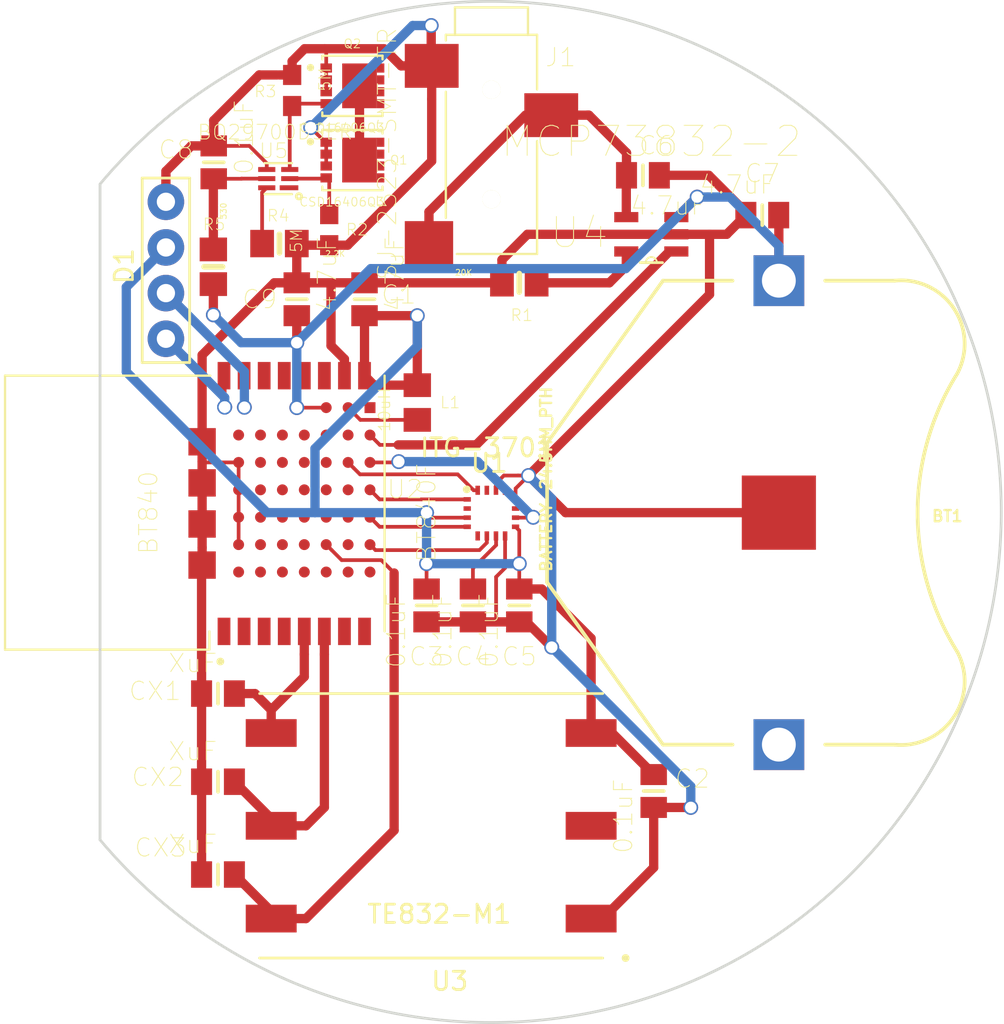
<source format=kicad_pcb>
(kicad_pcb (version 20171130) (host pcbnew "(5.0.1)-4")

  (general
    (thickness 1.6)
    (drawings 2)
    (tracks 249)
    (zones 0)
    (modules 28)
    (nets 73)
  )

  (page A4)
  (layers
    (0 F.Cu signal)
    (31 B.Cu signal)
    (32 B.Adhes user hide)
    (33 F.Adhes user hide)
    (34 B.Paste user hide)
    (35 F.Paste user hide)
    (36 B.SilkS user hide)
    (37 F.SilkS user)
    (38 B.Mask user)
    (39 F.Mask user hide)
    (40 Dwgs.User user hide)
    (41 Cmts.User user hide)
    (42 Eco1.User user hide)
    (43 Eco2.User user hide)
    (44 Edge.Cuts user)
    (45 Margin user hide)
    (46 B.CrtYd user hide)
    (47 F.CrtYd user hide)
    (48 B.Fab user hide)
    (49 F.Fab user hide)
  )

  (setup
    (last_trace_width 0.2032)
    (user_trace_width 0.2032)
    (user_trace_width 0.508)
    (trace_clearance 0.25)
    (zone_clearance 0.508)
    (zone_45_only no)
    (trace_min 0.1016)
    (segment_width 0.2)
    (edge_width 0.15)
    (via_size 0.8128)
    (via_drill 0.635)
    (via_min_size 0.8128)
    (via_min_drill 0.635)
    (uvia_size 0.3)
    (uvia_drill 0.1)
    (uvias_allowed no)
    (uvia_min_size 0.2)
    (uvia_min_drill 0.1)
    (pcb_text_width 0.3)
    (pcb_text_size 1.5 1.5)
    (mod_edge_width 0.15)
    (mod_text_size 1 1)
    (mod_text_width 0.15)
    (pad_size 1.3 1.5)
    (pad_drill 0)
    (pad_to_mask_clearance 0.051)
    (solder_mask_min_width 0.25)
    (aux_axis_origin 0 0)
    (grid_origin 150 100)
    (visible_elements 7FFDFF3F)
    (pcbplotparams
      (layerselection 0x010f0_ffffffff)
      (usegerberextensions false)
      (usegerberattributes false)
      (usegerberadvancedattributes false)
      (creategerberjobfile false)
      (excludeedgelayer false)
      (linewidth 0.100000)
      (plotframeref false)
      (viasonmask true)
      (mode 1)
      (useauxorigin false)
      (hpglpennumber 1)
      (hpglpenspeed 20)
      (hpglpendiameter 15.000000)
      (psnegative false)
      (psa4output false)
      (plotreference true)
      (plotvalue false)
      (plotinvisibletext false)
      (padsonsilk false)
      (subtractmaskfromsilk false)
      (outputformat 1)
      (mirror false)
      (drillshape 0)
      (scaleselection 1)
      (outputdirectory "./"))
  )

  (net 0 "")
  (net 1 GND)
  (net 2 +BATT)
  (net 3 VCC)
  (net 4 "Net-(C4-Pad1)")
  (net 5 "Net-(C6-Pad1)")
  (net 6 "Net-(C8-Pad1)")
  (net 7 "Net-(CX1-Pad1)")
  (net 8 "Net-(CX2-Pad1)")
  (net 9 "Net-(CX3-Pad1)")
  (net 10 "Net-(L1-Pad2)")
  (net 11 "Net-(Q1-Pad4)")
  (net 12 "Net-(Q2-Pad4)")
  (net 13 "Net-(R1-Pad1)")
  (net 14 "Net-(R4-Pad1)")
  (net 15 "Net-(U1-Pad5)")
  (net 16 "Net-(U1-Pad6)")
  (net 17 "Net-(U1-Pad1)")
  (net 18 "Net-(U1-Pad2)")
  (net 19 "Net-(U1-Pad4)")
  (net 20 "Net-(U1-Pad13)")
  (net 21 "Net-(U1-Pad16)")
  (net 22 "Net-(U1-Pad15)")
  (net 23 "Net-(U1-Pad11)")
  (net 24 "Net-(U1-Pad10)")
  (net 25 "Net-(U2-Pad1)")
  (net 26 "Net-(U2-Pad2)")
  (net 27 "Net-(U2-Pad3)")
  (net 28 "Net-(U2-Pad4)")
  (net 29 "Net-(U2-Pad7)")
  (net 30 "Net-(U2-Pad8)")
  (net 31 "Net-(U2-Pad11)")
  (net 32 "Net-(U2-Pad12)")
  (net 33 "Net-(U2-Pad13)")
  (net 34 "Net-(U2-Pad14)")
  (net 35 "Net-(U2-PadA5)")
  (net 36 "Net-(U2-PadC5)")
  (net 37 "Net-(U2-PadB4)")
  (net 38 "Net-(U2-PadD4)")
  (net 39 "Net-(U2-PadA3)")
  (net 40 "Net-(U2-PadC3)")
  (net 41 "Net-(U2-PadD3)")
  (net 42 "Net-(U2-PadB2)")
  (net 43 "Net-(U2-PadC2)")
  (net 44 "Net-(U2-PadD2)")
  (net 45 "Net-(U2-PadA1)")
  (net 46 "Net-(U2-PadC1)")
  (net 47 "Net-(U2-PadD1)")
  (net 48 "Net-(U2-PadZ5)")
  (net 49 "Net-(U2-PadZ4)")
  (net 50 "Net-(U2-PadZ3)")
  (net 51 "Net-(U2-PadZ2)")
  (net 52 "Net-(U2-PadZ1)")
  (net 53 "Net-(U2-PadZ0)")
  (net 54 "Net-(U2-PadE5)")
  (net 55 "Net-(U2-PadE4)")
  (net 56 "Net-(U2-PadE3)")
  (net 57 "Net-(U2-PadE2)")
  (net 58 "Net-(U2-PadE1)")
  (net 59 "Net-(U2-PadE0)")
  (net 60 "Net-(U2-PadZ6)")
  (net 61 "Net-(U2-PadE6)")
  (net 62 "Net-(U2-PadF6)")
  (net 63 "Net-(U3-Pad2)")
  (net 64 "Net-(U5-Pad1)")
  (net 65 "Net-(U2-PadA2)")
  (net 66 "Net-(U2-PadB5)")
  (net 67 "Net-(U2-PadC4)")
  (net 68 "Net-(U2-PadB3)")
  (net 69 "Net-(U2-PadB1)")
  (net 70 "Net-(Q1-Pad9)")
  (net 71 "Net-(D1-Pad1)")
  (net 72 "Net-(D1-Pad2)")

  (net_class Default "This is the default net class."
    (clearance 0.25)
    (trace_width 0.4318)
    (via_dia 0.8128)
    (via_drill 0.635)
    (uvia_dia 0.3)
    (uvia_drill 0.1)
    (diff_pair_gap 0.25)
    (diff_pair_width 0.254)
    (add_net +BATT)
    (add_net GND)
    (add_net "Net-(C4-Pad1)")
    (add_net "Net-(C6-Pad1)")
    (add_net "Net-(C8-Pad1)")
    (add_net "Net-(CX1-Pad1)")
    (add_net "Net-(CX2-Pad1)")
    (add_net "Net-(CX3-Pad1)")
    (add_net "Net-(D1-Pad1)")
    (add_net "Net-(D1-Pad2)")
    (add_net "Net-(L1-Pad2)")
    (add_net "Net-(Q1-Pad4)")
    (add_net "Net-(Q1-Pad9)")
    (add_net "Net-(Q2-Pad4)")
    (add_net "Net-(R1-Pad1)")
    (add_net "Net-(R4-Pad1)")
    (add_net "Net-(U1-Pad1)")
    (add_net "Net-(U1-Pad10)")
    (add_net "Net-(U1-Pad11)")
    (add_net "Net-(U1-Pad13)")
    (add_net "Net-(U1-Pad15)")
    (add_net "Net-(U1-Pad16)")
    (add_net "Net-(U1-Pad2)")
    (add_net "Net-(U1-Pad4)")
    (add_net "Net-(U1-Pad5)")
    (add_net "Net-(U1-Pad6)")
    (add_net "Net-(U2-Pad1)")
    (add_net "Net-(U2-Pad11)")
    (add_net "Net-(U2-Pad12)")
    (add_net "Net-(U2-Pad13)")
    (add_net "Net-(U2-Pad14)")
    (add_net "Net-(U2-Pad2)")
    (add_net "Net-(U2-Pad3)")
    (add_net "Net-(U2-Pad4)")
    (add_net "Net-(U2-Pad7)")
    (add_net "Net-(U2-Pad8)")
    (add_net "Net-(U2-PadA1)")
    (add_net "Net-(U2-PadA2)")
    (add_net "Net-(U2-PadA3)")
    (add_net "Net-(U2-PadA5)")
    (add_net "Net-(U2-PadB1)")
    (add_net "Net-(U2-PadB2)")
    (add_net "Net-(U2-PadB3)")
    (add_net "Net-(U2-PadB4)")
    (add_net "Net-(U2-PadB5)")
    (add_net "Net-(U2-PadC1)")
    (add_net "Net-(U2-PadC2)")
    (add_net "Net-(U2-PadC3)")
    (add_net "Net-(U2-PadC4)")
    (add_net "Net-(U2-PadC5)")
    (add_net "Net-(U2-PadD1)")
    (add_net "Net-(U2-PadD2)")
    (add_net "Net-(U2-PadD3)")
    (add_net "Net-(U2-PadD4)")
    (add_net "Net-(U2-PadE0)")
    (add_net "Net-(U2-PadE1)")
    (add_net "Net-(U2-PadE2)")
    (add_net "Net-(U2-PadE3)")
    (add_net "Net-(U2-PadE4)")
    (add_net "Net-(U2-PadE5)")
    (add_net "Net-(U2-PadE6)")
    (add_net "Net-(U2-PadF6)")
    (add_net "Net-(U2-PadZ0)")
    (add_net "Net-(U2-PadZ1)")
    (add_net "Net-(U2-PadZ2)")
    (add_net "Net-(U2-PadZ3)")
    (add_net "Net-(U2-PadZ4)")
    (add_net "Net-(U2-PadZ5)")
    (add_net "Net-(U2-PadZ6)")
    (add_net "Net-(U3-Pad2)")
    (add_net "Net-(U5-Pad1)")
    (add_net VCC)
  )

  (net_class BT840F ""
    (clearance 0.25)
    (trace_width 0.2032)
    (via_dia 0.8128)
    (via_drill 0.635)
    (uvia_dia 0.3)
    (uvia_drill 0.1)
    (diff_pair_gap 0.25)
    (diff_pair_width 0.254)
  )

  (net_class PWR/GND ""
    (clearance 0.25)
    (trace_width 0.508)
    (via_dia 0.8128)
    (via_drill 0.635)
    (uvia_dia 0.3)
    (uvia_drill 0.1)
    (diff_pair_gap 0.25)
    (diff_pair_width 0.254)
  )

  (module puck_footprints:CSD16406Q3 (layer F.Cu) (tedit 0) (tstamp 5CB2B90D)
    (at 142.38 80.696)
    (path /5C6C15BD)
    (attr smd)
    (fp_text reference Q1 (at 2.54 0) (layer F.SilkS)
      (effects (font (size 0.48 0.48) (thickness 0.05)))
    )
    (fp_text value CSD16406Q3 (at -0.576 2.2952) (layer F.SilkS)
      (effects (font (size 0.48 0.48) (thickness 0.05)))
    )
    (fp_poly (pts (xy -1.21 0.805) (xy -1.21 1.145) (xy -1.66 1.145) (xy -1.66 0.805)) (layer F.Paste) (width 0))
    (fp_poly (pts (xy -1.21 0.155) (xy -1.21 0.495) (xy -1.66 0.495) (xy -1.66 0.155)) (layer F.Paste) (width 0))
    (fp_poly (pts (xy -1.21 -0.495) (xy -1.21 -0.155) (xy -1.66 -0.155) (xy -1.66 -0.495)) (layer F.Paste) (width 0))
    (fp_poly (pts (xy -1.21 -1.145) (xy -1.21 -0.805) (xy -1.66 -0.805) (xy -1.66 -1.145)) (layer F.Paste) (width 0))
    (fp_poly (pts (xy 1.66 0.805) (xy 1.66 1.145) (xy 1.21 1.145) (xy 1.21 0.805)) (layer F.Paste) (width 0))
    (fp_poly (pts (xy 1.66 0.155) (xy 1.66 0.495) (xy 1.21 0.495) (xy 1.21 0.155)) (layer F.Paste) (width 0))
    (fp_poly (pts (xy 1.66 -0.495) (xy 1.66 -0.155) (xy 1.21 -0.155) (xy 1.21 -0.495)) (layer F.Paste) (width 0))
    (fp_poly (pts (xy 0.985 0.125) (xy 0.985 1.145) (xy -0.46 1.145) (xy -0.46 0.125)) (layer F.Paste) (width 0))
    (fp_poly (pts (xy 1.66 -1.145) (xy 1.66 -0.805) (xy 1.21 -0.805) (xy 1.21 -1.145)) (layer F.Paste) (width 0))
    (fp_poly (pts (xy 0.985 -1.145) (xy 0.985 -0.125) (xy -0.46 -0.125) (xy -0.46 -1.145)) (layer F.Paste) (width 0))
    (fp_circle (center -2.3 -1) (end -2.2 -1) (layer Dwgs.User) (width 0.2))
    (fp_circle (center -2.3 -1) (end -2.2 -1) (layer F.SilkS) (width 0.2))
    (fp_line (start -2 1.9) (end -2 -1.9) (layer Eco1.User) (width 0.05))
    (fp_line (start 2 1.9) (end -2 1.9) (layer Eco1.User) (width 0.05))
    (fp_line (start 2 -1.9) (end 2 1.9) (layer Eco1.User) (width 0.05))
    (fp_line (start -2 -1.9) (end 2 -1.9) (layer Eco1.User) (width 0.05))
    (fp_line (start 1.65 1.65) (end 1.65 1.453) (layer F.SilkS) (width 0.127))
    (fp_line (start -1.65 1.65) (end 1.65 1.65) (layer F.SilkS) (width 0.127))
    (fp_line (start -1.65 1.453) (end -1.65 1.65) (layer F.SilkS) (width 0.127))
    (fp_line (start -1.65 -1.65) (end -1.65 -1.453) (layer F.SilkS) (width 0.127))
    (fp_line (start 1.65 -1.65) (end -1.65 -1.65) (layer F.SilkS) (width 0.127))
    (fp_line (start 1.65 -1.453) (end 1.65 -1.65) (layer F.SilkS) (width 0.127))
    (fp_line (start -1.65 1.65) (end -1.65 -1.65) (layer Dwgs.User) (width 0.127))
    (fp_line (start 1.65 1.65) (end -1.65 1.65) (layer Dwgs.User) (width 0.127))
    (fp_line (start 1.65 -1.65) (end 1.65 1.65) (layer Dwgs.User) (width 0.127))
    (fp_line (start -1.65 -1.65) (end 1.65 -1.65) (layer Dwgs.User) (width 0.127))
    (pad 8 smd rect (at 1.545 -0.975) (size 0.41 0.5) (layers F.Cu F.Paste F.Mask))
    (pad 7 smd rect (at 1.545 -0.325) (size 0.41 0.5) (layers F.Cu F.Paste F.Mask))
    (pad 6 smd rect (at 1.545 0.325) (size 0.41 0.5) (layers F.Cu F.Paste F.Mask))
    (pad 5 smd rect (at 1.545 0.975) (size 0.41 0.5) (layers F.Cu F.Paste F.Mask))
    (pad 4 smd rect (at -1.435 0.975) (size 0.63 0.5) (layers F.Cu F.Paste F.Mask)
      (net 11 "Net-(Q1-Pad4)"))
    (pad 3 smd rect (at -1.435 0.325) (size 0.63 0.5) (layers F.Cu F.Paste F.Mask)
      (net 1 GND))
    (pad 2 smd rect (at -1.435 -0.325) (size 0.63 0.5) (layers F.Cu F.Paste F.Mask)
      (net 1 GND))
    (pad 9 smd rect (at 0.39 0 90) (size 2.45 1.9) (layers F.Cu F.Paste F.Mask)
      (net 70 "Net-(Q1-Pad9)"))
    (pad 1 smd rect (at -1.435 -0.975) (size 0.63 0.5) (layers F.Cu F.Paste F.Mask)
      (net 1 GND))
  )

  (module puck_footprints:CUI_SJ-2523-SMT-TR (layer F.Cu) (tedit 0) (tstamp 5CB2B8DA)
    (at 150 73.838 270)
    (path /5C370698)
    (attr smd)
    (fp_text reference J1 (at 1.232 -3.79 180) (layer F.SilkS)
      (effects (font (size 1.00183 1.00183) (thickness 0.05)))
    )
    (fp_text value SJ-2523-SMT-TR (at 6.512 5.71 270) (layer F.SilkS)
      (effects (font (size 1.00124 1.00124) (thickness 0.05)))
    )
    (fp_line (start 0 -2.5) (end 0 -2) (layer Dwgs.User) (width 0.127))
    (fp_line (start 0 -2) (end 0 2) (layer Dwgs.User) (width 0.127))
    (fp_line (start 0 2) (end 0 2.5) (layer Dwgs.User) (width 0.127))
    (fp_line (start 0 2.5) (end 12 2.5) (layer Dwgs.User) (width 0.127))
    (fp_line (start 12 2.5) (end 12 -2.5) (layer Dwgs.User) (width 0.127))
    (fp_line (start 12 -2.5) (end 0 -2.5) (layer Dwgs.User) (width 0.127))
    (fp_line (start 0 -2) (end -1.5 -2) (layer Dwgs.User) (width 0.127))
    (fp_line (start -1.5 -2) (end -1.5 2) (layer Dwgs.User) (width 0.127))
    (fp_line (start -1.5 2) (end 0 2) (layer Dwgs.User) (width 0.127))
    (fp_line (start 0 -2) (end -1.5 -2) (layer F.SilkS) (width 0.127))
    (fp_line (start -1.5 -2) (end -1.5 2) (layer F.SilkS) (width 0.127))
    (fp_line (start -1.5 2) (end 0 2) (layer F.SilkS) (width 0.127))
    (fp_line (start 12.85 5) (end 9.95 5) (layer Eco1.User) (width 0.05))
    (fp_line (start 9.95 5) (end 9.95 2.75) (layer Eco1.User) (width 0.05))
    (fp_line (start 9.95 2.75) (end 3.15 2.75) (layer Eco1.User) (width 0.05))
    (fp_line (start -0.25 2.25) (end -1.75 2.25) (layer Eco1.User) (width 0.05))
    (fp_line (start -1.75 2.25) (end -1.75 -2.25) (layer Eco1.User) (width 0.05))
    (fp_line (start -0.25 -2.75) (end 2.95 -2.75) (layer Eco1.User) (width 0.05))
    (fp_line (start 2.95 -2.75) (end 2.95 -5) (layer Eco1.User) (width 0.05))
    (fp_line (start 2.95 -5) (end 5.85 -5) (layer Eco1.User) (width 0.05))
    (fp_line (start 5.85 -5) (end 5.85 -2.75) (layer Eco1.User) (width 0.05))
    (fp_line (start 5.85 -2.75) (end 12.25 -2.75) (layer Eco1.User) (width 0.05))
    (fp_line (start 0 -2.5) (end 0 -2) (layer F.SilkS) (width 0.127))
    (fp_line (start 0 -2) (end 0 2) (layer F.SilkS) (width 0.127))
    (fp_line (start 0 2) (end 0 2.5) (layer F.SilkS) (width 0.127))
    (fp_line (start -0.25 -2.75) (end -0.25 -2.25) (layer Eco1.User) (width 0.05))
    (fp_line (start -0.25 -2.25) (end -1.75 -2.25) (layer Eco1.User) (width 0.05))
    (fp_line (start 3.15 2.75) (end 3.15 5) (layer Eco1.User) (width 0.05))
    (fp_line (start 3.15 5) (end 0.25 5) (layer Eco1.User) (width 0.05))
    (fp_line (start 0.25 5) (end 0.25 2.75) (layer Eco1.User) (width 0.05))
    (fp_line (start 0.25 2.75) (end -0.25 2.75) (layer Eco1.User) (width 0.05))
    (fp_line (start -0.25 2.75) (end -0.25 2.25) (layer Eco1.User) (width 0.05))
    (fp_line (start 0 -2.5) (end 2.99 -2.5) (layer F.SilkS) (width 0.127))
    (fp_line (start 5.82 -2.5) (end 12 -2.5) (layer F.SilkS) (width 0.127))
    (fp_line (start 12 -2.5) (end 12 1.9) (layer F.SilkS) (width 0.127))
    (fp_line (start 10.02 2.5) (end 3.12 2.5) (layer F.SilkS) (width 0.127))
    (fp_line (start 0 2.5) (end 0.31 2.5) (layer F.SilkS) (width 0.127))
    (fp_line (start 12.25 -2.75) (end 12.25 1.85) (layer Eco1.User) (width 0.05))
    (fp_line (start 12.25 1.85) (end 12.85 1.85) (layer Eco1.User) (width 0.05))
    (fp_line (start 12.85 1.85) (end 12.85 5) (layer Eco1.User) (width 0.05))
    (pad 1 smd rect (at 1.7 3.275 270) (size 2.4 2.95) (layers F.Cu F.Paste F.Mask)
      (net 1 GND))
    (pad 2 smd rect (at 11.4 3.425 270) (size 2.4 2.65) (layers F.Cu F.Paste F.Mask)
      (net 5 "Net-(C6-Pad1)"))
    (pad 3 smd rect (at 4.4 -3.275 270) (size 2.4 2.95) (layers F.Cu F.Paste F.Mask)
      (net 5 "Net-(C6-Pad1)"))
    (pad Hole np_thru_hole circle (at 3 0 270) (size 1 1) (drill 1) (layers *.Cu *.Mask F.SilkS))
    (pad Hole np_thru_hole circle (at 9 0 270) (size 1 1) (drill 1) (layers *.Cu *.Mask F.SilkS))
  )

  (module puck_footprints:BATTCON_24.5MM_PTH (layer F.Cu) (tedit 200000) (tstamp 5CB2B7DD)
    (at 165.748 100 270)
    (descr "24.5MM COIN CELL BATTERY (CR2450) HOLDER - PTH")
    (tags "24.5MM COIN CELL BATTERY (CR2450) HOLDER - PTH")
    (path /5C388373)
    (attr smd)
    (fp_text reference BT1 (at 0.19 -9.232) (layer F.SilkS)
      (effects (font (size 0.6096 0.6096) (thickness 0.127)))
    )
    (fp_text value BATTERY-24.5MM_PTH (at -1.8288 12.7508 90) (layer F.SilkS)
      (effects (font (size 0.6096 0.6096) (thickness 0.127)))
    )
    (fp_line (start -3.81 12.7) (end 3.81 12.7) (layer F.SilkS) (width 0.2032))
    (fp_line (start -3.81 12.7) (end -12.7 6.35) (layer F.SilkS) (width 0.2032))
    (fp_line (start 3.81 12.7) (end 12.7 6.35) (layer F.SilkS) (width 0.2032))
    (fp_line (start 12.7 6.35) (end 12.7 2.54) (layer F.SilkS) (width 0.2032))
    (fp_line (start -12.7 6.35) (end -12.7 2.54) (layer F.SilkS) (width 0.2032))
    (fp_line (start -12.7 -6.35) (end -12.7 -2.54) (layer F.SilkS) (width 0.2032))
    (fp_line (start 12.7 -6.35) (end 12.7 -2.54) (layer F.SilkS) (width 0.2032))
    (fp_circle (center 0 0) (end 0 -12.24788) (layer Dwgs.User) (width 0.2032))
    (fp_arc (start 0 -22.02434) (end 7.62 -9.779) (angle 63.7) (layer F.SilkS) (width 0.2032))
    (fp_arc (start -9.24306 -6.7056) (end -12.7 -6.35) (angle 123.7) (layer F.SilkS) (width 0.2032))
    (fp_arc (start 9.24306 -6.7056) (end 7.62 -9.779) (angle 123.7) (layer F.SilkS) (width 0.2032))
    (pad 1 thru_hole rect (at -12.7 0 270) (size 2.7813 2.7813) (drill 1.8542) (layers *.Cu *.Mask)
      (net 2 +BATT) (solder_mask_margin 0.1016))
    (pad 2 smd rect (at 0 0 270) (size 4.064 4.064) (layers F.Cu F.Paste F.Mask)
      (net 1 GND) (solder_mask_margin 0.1016))
    (pad 3 thru_hole rect (at 12.7 0 270) (size 2.7813 2.7813) (drill 1.8542) (layers *.Cu *.Mask)
      (solder_mask_margin 0.1016))
  )

  (module puck_footprints:CAPC2012X140N (layer F.Cu) (tedit 0) (tstamp 5CB2B7EE)
    (at 143.044 88.316 90)
    (path /5C0A4E4C)
    (attr smd)
    (fp_text reference C1 (at 0.254 1.876) (layer F.SilkS)
      (effects (font (size 1 1) (thickness 0.05)))
    )
    (fp_text value 4.7uF (at 1.375 1.665 90) (layer F.SilkS)
      (effects (font (size 1 1) (thickness 0.05)))
    )
    (fp_line (start 0 -0.55) (end 0 0.55) (layer F.SilkS) (width 0.2))
    (fp_line (start -1.75 -1) (end 1.75 -1) (layer Eco1.User) (width 0.05))
    (fp_line (start 1.75 -1) (end 1.75 1) (layer Eco1.User) (width 0.05))
    (fp_line (start 1.75 1) (end -1.75 1) (layer Eco1.User) (width 0.05))
    (fp_line (start -1.75 1) (end -1.75 -1) (layer Eco1.User) (width 0.05))
    (fp_line (start -1 -0.65) (end 1 -0.65) (layer Dwgs.User) (width 0.127))
    (fp_line (start 1 -0.65) (end 1 0.65) (layer Dwgs.User) (width 0.127))
    (fp_line (start 1 0.65) (end -1 0.65) (layer Dwgs.User) (width 0.127))
    (fp_line (start -1 0.65) (end -1 -0.65) (layer Dwgs.User) (width 0.127))
    (fp_poly (pts (xy -1 -0.65) (xy -0.5 -0.65) (xy -0.5 0.65) (xy -1 0.65)) (layer Dwgs.User) (width 0))
    (fp_poly (pts (xy 0.5 -0.65) (xy 1 -0.65) (xy 1 0.65) (xy 0.5 0.65)) (layer Dwgs.User) (width 0))
    (pad 1 smd rect (at -0.9 0 90) (size 1.15 1.45) (layers F.Cu F.Paste F.Mask)
      (net 3 VCC))
    (pad 2 smd rect (at 0.9 0 90) (size 1.15 1.45) (layers F.Cu F.Paste F.Mask)
      (net 1 GND))
  )

  (module puck_footprints:CAPC2012X140N (layer F.Cu) (tedit 0) (tstamp 5CB2B7FF)
    (at 158.89 115.24 270)
    (path /5C133E91)
    (attr smd)
    (fp_text reference C2 (at -0.67 -2.12 180) (layer F.SilkS)
      (effects (font (size 1 1) (thickness 0.05)))
    )
    (fp_text value 0.1uF (at 1.375 1.665 270) (layer F.SilkS)
      (effects (font (size 1 1) (thickness 0.05)))
    )
    (fp_poly (pts (xy 0.5 -0.65) (xy 1 -0.65) (xy 1 0.65) (xy 0.5 0.65)) (layer Dwgs.User) (width 0))
    (fp_poly (pts (xy -1 -0.65) (xy -0.5 -0.65) (xy -0.5 0.65) (xy -1 0.65)) (layer Dwgs.User) (width 0))
    (fp_line (start -1 0.65) (end -1 -0.65) (layer Dwgs.User) (width 0.127))
    (fp_line (start 1 0.65) (end -1 0.65) (layer Dwgs.User) (width 0.127))
    (fp_line (start 1 -0.65) (end 1 0.65) (layer Dwgs.User) (width 0.127))
    (fp_line (start -1 -0.65) (end 1 -0.65) (layer Dwgs.User) (width 0.127))
    (fp_line (start -1.75 1) (end -1.75 -1) (layer Eco1.User) (width 0.05))
    (fp_line (start 1.75 1) (end -1.75 1) (layer Eco1.User) (width 0.05))
    (fp_line (start 1.75 -1) (end 1.75 1) (layer Eco1.User) (width 0.05))
    (fp_line (start -1.75 -1) (end 1.75 -1) (layer Eco1.User) (width 0.05))
    (fp_line (start 0 -0.55) (end 0 0.55) (layer F.SilkS) (width 0.2))
    (pad 2 smd rect (at 0.9 0 270) (size 1.15 1.45) (layers F.Cu F.Paste F.Mask)
      (net 1 GND))
    (pad 1 smd rect (at -0.9 0 270) (size 1.15 1.45) (layers F.Cu F.Paste F.Mask)
      (net 3 VCC))
  )

  (module puck_footprints:CAPC2012X140N (layer F.Cu) (tedit 0) (tstamp 5CB2B810)
    (at 146.444 105.08 270)
    (path /5C1C3957)
    (attr smd)
    (fp_text reference C3 (at 2.794 0 180) (layer F.SilkS)
      (effects (font (size 1 1) (thickness 0.05)))
    )
    (fp_text value 0.1uF (at 1.375 1.665 270) (layer F.SilkS)
      (effects (font (size 1 1) (thickness 0.05)))
    )
    (fp_poly (pts (xy 0.5 -0.65) (xy 1 -0.65) (xy 1 0.65) (xy 0.5 0.65)) (layer Dwgs.User) (width 0))
    (fp_poly (pts (xy -1 -0.65) (xy -0.5 -0.65) (xy -0.5 0.65) (xy -1 0.65)) (layer Dwgs.User) (width 0))
    (fp_line (start -1 0.65) (end -1 -0.65) (layer Dwgs.User) (width 0.127))
    (fp_line (start 1 0.65) (end -1 0.65) (layer Dwgs.User) (width 0.127))
    (fp_line (start 1 -0.65) (end 1 0.65) (layer Dwgs.User) (width 0.127))
    (fp_line (start -1 -0.65) (end 1 -0.65) (layer Dwgs.User) (width 0.127))
    (fp_line (start -1.75 1) (end -1.75 -1) (layer Eco1.User) (width 0.05))
    (fp_line (start 1.75 1) (end -1.75 1) (layer Eco1.User) (width 0.05))
    (fp_line (start 1.75 -1) (end 1.75 1) (layer Eco1.User) (width 0.05))
    (fp_line (start -1.75 -1) (end 1.75 -1) (layer Eco1.User) (width 0.05))
    (fp_line (start 0 -0.55) (end 0 0.55) (layer F.SilkS) (width 0.2))
    (pad 2 smd rect (at 0.9 0 270) (size 1.15 1.45) (layers F.Cu F.Paste F.Mask)
      (net 1 GND))
    (pad 1 smd rect (at -0.9 0 270) (size 1.15 1.45) (layers F.Cu F.Paste F.Mask)
      (net 3 VCC))
  )

  (module puck_footprints:CAPC2012X140N (layer F.Cu) (tedit 0) (tstamp 5CB2B821)
    (at 148.984 105.08 270)
    (path /5C19A914)
    (attr smd)
    (fp_text reference C4 (at 2.794 0 180) (layer F.SilkS)
      (effects (font (size 1 1) (thickness 0.05)))
    )
    (fp_text value 0.1uF (at 1.375 1.665 270) (layer F.SilkS)
      (effects (font (size 1 1) (thickness 0.05)))
    )
    (fp_poly (pts (xy 0.5 -0.65) (xy 1 -0.65) (xy 1 0.65) (xy 0.5 0.65)) (layer Dwgs.User) (width 0))
    (fp_poly (pts (xy -1 -0.65) (xy -0.5 -0.65) (xy -0.5 0.65) (xy -1 0.65)) (layer Dwgs.User) (width 0))
    (fp_line (start -1 0.65) (end -1 -0.65) (layer Dwgs.User) (width 0.127))
    (fp_line (start 1 0.65) (end -1 0.65) (layer Dwgs.User) (width 0.127))
    (fp_line (start 1 -0.65) (end 1 0.65) (layer Dwgs.User) (width 0.127))
    (fp_line (start -1 -0.65) (end 1 -0.65) (layer Dwgs.User) (width 0.127))
    (fp_line (start -1.75 1) (end -1.75 -1) (layer Eco1.User) (width 0.05))
    (fp_line (start 1.75 1) (end -1.75 1) (layer Eco1.User) (width 0.05))
    (fp_line (start 1.75 -1) (end 1.75 1) (layer Eco1.User) (width 0.05))
    (fp_line (start -1.75 -1) (end 1.75 -1) (layer Eco1.User) (width 0.05))
    (fp_line (start 0 -0.55) (end 0 0.55) (layer F.SilkS) (width 0.2))
    (pad 2 smd rect (at 0.9 0 270) (size 1.15 1.45) (layers F.Cu F.Paste F.Mask)
      (net 1 GND))
    (pad 1 smd rect (at -0.9 0 270) (size 1.15 1.45) (layers F.Cu F.Paste F.Mask)
      (net 4 "Net-(C4-Pad1)"))
  )

  (module puck_footprints:CAPC2012X140N (layer F.Cu) (tedit 0) (tstamp 5CB2B832)
    (at 151.524 105.08 270)
    (path /5C1BCFEB)
    (attr smd)
    (fp_text reference C5 (at 2.794 0 180) (layer F.SilkS)
      (effects (font (size 1 1) (thickness 0.05)))
    )
    (fp_text value 0.1uF (at 1.375 1.665 270) (layer F.SilkS)
      (effects (font (size 1 1) (thickness 0.05)))
    )
    (fp_line (start 0 -0.55) (end 0 0.55) (layer F.SilkS) (width 0.2))
    (fp_line (start -1.75 -1) (end 1.75 -1) (layer Eco1.User) (width 0.05))
    (fp_line (start 1.75 -1) (end 1.75 1) (layer Eco1.User) (width 0.05))
    (fp_line (start 1.75 1) (end -1.75 1) (layer Eco1.User) (width 0.05))
    (fp_line (start -1.75 1) (end -1.75 -1) (layer Eco1.User) (width 0.05))
    (fp_line (start -1 -0.65) (end 1 -0.65) (layer Dwgs.User) (width 0.127))
    (fp_line (start 1 -0.65) (end 1 0.65) (layer Dwgs.User) (width 0.127))
    (fp_line (start 1 0.65) (end -1 0.65) (layer Dwgs.User) (width 0.127))
    (fp_line (start -1 0.65) (end -1 -0.65) (layer Dwgs.User) (width 0.127))
    (fp_poly (pts (xy -1 -0.65) (xy -0.5 -0.65) (xy -0.5 0.65) (xy -1 0.65)) (layer Dwgs.User) (width 0))
    (fp_poly (pts (xy 0.5 -0.65) (xy 1 -0.65) (xy 1 0.65) (xy 0.5 0.65)) (layer Dwgs.User) (width 0))
    (pad 1 smd rect (at -0.9 0 270) (size 1.15 1.45) (layers F.Cu F.Paste F.Mask)
      (net 3 VCC))
    (pad 2 smd rect (at 0.9 0 270) (size 1.15 1.45) (layers F.Cu F.Paste F.Mask)
      (net 1 GND))
  )

  (module puck_footprints:CAPC2012X140N (layer F.Cu) (tedit 0) (tstamp 5CB2B843)
    (at 158.3 81.53)
    (path /5C1C0D7E)
    (attr smd)
    (fp_text reference C6 (at 0.74 -1.635) (layer F.SilkS)
      (effects (font (size 1 1) (thickness 0.05)))
    )
    (fp_text value 4.7uF (at 1.375 1.665) (layer F.SilkS)
      (effects (font (size 1 1) (thickness 0.05)))
    )
    (fp_line (start 0 -0.55) (end 0 0.55) (layer F.SilkS) (width 0.2))
    (fp_line (start -1.75 -1) (end 1.75 -1) (layer Eco1.User) (width 0.05))
    (fp_line (start 1.75 -1) (end 1.75 1) (layer Eco1.User) (width 0.05))
    (fp_line (start 1.75 1) (end -1.75 1) (layer Eco1.User) (width 0.05))
    (fp_line (start -1.75 1) (end -1.75 -1) (layer Eco1.User) (width 0.05))
    (fp_line (start -1 -0.65) (end 1 -0.65) (layer Dwgs.User) (width 0.127))
    (fp_line (start 1 -0.65) (end 1 0.65) (layer Dwgs.User) (width 0.127))
    (fp_line (start 1 0.65) (end -1 0.65) (layer Dwgs.User) (width 0.127))
    (fp_line (start -1 0.65) (end -1 -0.65) (layer Dwgs.User) (width 0.127))
    (fp_poly (pts (xy -1 -0.65) (xy -0.5 -0.65) (xy -0.5 0.65) (xy -1 0.65)) (layer Dwgs.User) (width 0))
    (fp_poly (pts (xy 0.5 -0.65) (xy 1 -0.65) (xy 1 0.65) (xy 0.5 0.65)) (layer Dwgs.User) (width 0))
    (pad 1 smd rect (at -0.9 0) (size 1.15 1.45) (layers F.Cu F.Paste F.Mask)
      (net 5 "Net-(C6-Pad1)"))
    (pad 2 smd rect (at 0.9 0) (size 1.15 1.45) (layers F.Cu F.Paste F.Mask)
      (net 1 GND))
  )

  (module puck_footprints:CAPC2012X140N (layer F.Cu) (tedit 0) (tstamp 5CB2B854)
    (at 164.84 83.71 180)
    (path /5C1C0DC4)
    (attr smd)
    (fp_text reference C7 (at 0 2.286 180) (layer F.SilkS)
      (effects (font (size 1 1) (thickness 0.05)))
    )
    (fp_text value 4.7uF (at 1.375 1.665 180) (layer F.SilkS)
      (effects (font (size 1 1) (thickness 0.05)))
    )
    (fp_poly (pts (xy 0.5 -0.65) (xy 1 -0.65) (xy 1 0.65) (xy 0.5 0.65)) (layer Dwgs.User) (width 0))
    (fp_poly (pts (xy -1 -0.65) (xy -0.5 -0.65) (xy -0.5 0.65) (xy -1 0.65)) (layer Dwgs.User) (width 0))
    (fp_line (start -1 0.65) (end -1 -0.65) (layer Dwgs.User) (width 0.127))
    (fp_line (start 1 0.65) (end -1 0.65) (layer Dwgs.User) (width 0.127))
    (fp_line (start 1 -0.65) (end 1 0.65) (layer Dwgs.User) (width 0.127))
    (fp_line (start -1 -0.65) (end 1 -0.65) (layer Dwgs.User) (width 0.127))
    (fp_line (start -1.75 1) (end -1.75 -1) (layer Eco1.User) (width 0.05))
    (fp_line (start 1.75 1) (end -1.75 1) (layer Eco1.User) (width 0.05))
    (fp_line (start 1.75 -1) (end 1.75 1) (layer Eco1.User) (width 0.05))
    (fp_line (start -1.75 -1) (end 1.75 -1) (layer Eco1.User) (width 0.05))
    (fp_line (start 0 -0.55) (end 0 0.55) (layer F.SilkS) (width 0.2))
    (pad 2 smd rect (at 0.9 0 180) (size 1.15 1.45) (layers F.Cu F.Paste F.Mask)
      (net 1 GND))
    (pad 1 smd rect (at -0.9 0 180) (size 1.15 1.45) (layers F.Cu F.Paste F.Mask)
      (net 2 +BATT))
  )

  (module puck_footprints:CAPC2012X140N (layer F.Cu) (tedit 0) (tstamp 5CB2B865)
    (at 134.78 80.82 90)
    (path /5C3A412C)
    (attr smd)
    (fp_text reference C8 (at 0.696 -2.068) (layer F.SilkS)
      (effects (font (size 1 1) (thickness 0.05)))
    )
    (fp_text value 0.1uF (at 1.375 1.665 90) (layer F.SilkS)
      (effects (font (size 1 1) (thickness 0.05)))
    )
    (fp_line (start 0 -0.55) (end 0 0.55) (layer F.SilkS) (width 0.2))
    (fp_line (start -1.75 -1) (end 1.75 -1) (layer Eco1.User) (width 0.05))
    (fp_line (start 1.75 -1) (end 1.75 1) (layer Eco1.User) (width 0.05))
    (fp_line (start 1.75 1) (end -1.75 1) (layer Eco1.User) (width 0.05))
    (fp_line (start -1.75 1) (end -1.75 -1) (layer Eco1.User) (width 0.05))
    (fp_line (start -1 -0.65) (end 1 -0.65) (layer Dwgs.User) (width 0.127))
    (fp_line (start 1 -0.65) (end 1 0.65) (layer Dwgs.User) (width 0.127))
    (fp_line (start 1 0.65) (end -1 0.65) (layer Dwgs.User) (width 0.127))
    (fp_line (start -1 0.65) (end -1 -0.65) (layer Dwgs.User) (width 0.127))
    (fp_poly (pts (xy -1 -0.65) (xy -0.5 -0.65) (xy -0.5 0.65) (xy -1 0.65)) (layer Dwgs.User) (width 0))
    (fp_poly (pts (xy 0.5 -0.65) (xy 1 -0.65) (xy 1 0.65) (xy 0.5 0.65)) (layer Dwgs.User) (width 0))
    (pad 1 smd rect (at -0.9 0 90) (size 1.15 1.45) (layers F.Cu F.Paste F.Mask)
      (net 6 "Net-(C8-Pad1)"))
    (pad 2 smd rect (at 0.9 0 90) (size 1.15 1.45) (layers F.Cu F.Paste F.Mask)
      (net 1 GND))
  )

  (module puck_footprints:CAPC2012X140N (layer F.Cu) (tedit 0) (tstamp 5CB2B876)
    (at 139.332 88.316 90)
    (path /5C4737B3)
    (attr smd)
    (fp_text reference C9 (at 0 -2.032) (layer F.SilkS)
      (effects (font (size 1 1) (thickness 0.05)))
    )
    (fp_text value 4.7uF (at 1.375 1.665 90) (layer F.SilkS)
      (effects (font (size 1 1) (thickness 0.05)))
    )
    (fp_poly (pts (xy 0.5 -0.65) (xy 1 -0.65) (xy 1 0.65) (xy 0.5 0.65)) (layer Dwgs.User) (width 0))
    (fp_poly (pts (xy -1 -0.65) (xy -0.5 -0.65) (xy -0.5 0.65) (xy -1 0.65)) (layer Dwgs.User) (width 0))
    (fp_line (start -1 0.65) (end -1 -0.65) (layer Dwgs.User) (width 0.127))
    (fp_line (start 1 0.65) (end -1 0.65) (layer Dwgs.User) (width 0.127))
    (fp_line (start 1 -0.65) (end 1 0.65) (layer Dwgs.User) (width 0.127))
    (fp_line (start -1 -0.65) (end 1 -0.65) (layer Dwgs.User) (width 0.127))
    (fp_line (start -1.75 1) (end -1.75 -1) (layer Eco1.User) (width 0.05))
    (fp_line (start 1.75 1) (end -1.75 1) (layer Eco1.User) (width 0.05))
    (fp_line (start 1.75 -1) (end 1.75 1) (layer Eco1.User) (width 0.05))
    (fp_line (start -1.75 -1) (end 1.75 -1) (layer Eco1.User) (width 0.05))
    (fp_line (start 0 -0.55) (end 0 0.55) (layer F.SilkS) (width 0.2))
    (pad 2 smd rect (at 0.9 0 90) (size 1.15 1.45) (layers F.Cu F.Paste F.Mask)
      (net 1 GND))
    (pad 1 smd rect (at -0.9 0 90) (size 1.15 1.45) (layers F.Cu F.Paste F.Mask)
      (net 2 +BATT))
  )

  (module puck_footprints:CAPC2012X140N (layer F.Cu) (tedit 0) (tstamp 5CB2B887)
    (at 135.014 109.906 180)
    (path /5C146CAE)
    (attr smd)
    (fp_text reference CX1 (at 3.448 0.138 180) (layer F.SilkS)
      (effects (font (size 1 1) (thickness 0.05)))
    )
    (fp_text value XuF (at 1.375 1.665 180) (layer F.SilkS)
      (effects (font (size 1 1) (thickness 0.05)))
    )
    (fp_line (start 0 -0.55) (end 0 0.55) (layer F.SilkS) (width 0.2))
    (fp_line (start -1.75 -1) (end 1.75 -1) (layer Eco1.User) (width 0.05))
    (fp_line (start 1.75 -1) (end 1.75 1) (layer Eco1.User) (width 0.05))
    (fp_line (start 1.75 1) (end -1.75 1) (layer Eco1.User) (width 0.05))
    (fp_line (start -1.75 1) (end -1.75 -1) (layer Eco1.User) (width 0.05))
    (fp_line (start -1 -0.65) (end 1 -0.65) (layer Dwgs.User) (width 0.127))
    (fp_line (start 1 -0.65) (end 1 0.65) (layer Dwgs.User) (width 0.127))
    (fp_line (start 1 0.65) (end -1 0.65) (layer Dwgs.User) (width 0.127))
    (fp_line (start -1 0.65) (end -1 -0.65) (layer Dwgs.User) (width 0.127))
    (fp_poly (pts (xy -1 -0.65) (xy -0.5 -0.65) (xy -0.5 0.65) (xy -1 0.65)) (layer Dwgs.User) (width 0))
    (fp_poly (pts (xy 0.5 -0.65) (xy 1 -0.65) (xy 1 0.65) (xy 0.5 0.65)) (layer Dwgs.User) (width 0))
    (pad 1 smd rect (at -0.9 0 180) (size 1.15 1.45) (layers F.Cu F.Paste F.Mask)
      (net 7 "Net-(CX1-Pad1)"))
    (pad 2 smd rect (at 0.9 0 180) (size 1.15 1.45) (layers F.Cu F.Paste F.Mask)
      (net 1 GND))
  )

  (module puck_footprints:CAPC2012X140N (layer F.Cu) (tedit 0) (tstamp 5CB2B898)
    (at 135.014 114.732 180)
    (path /5C145DBB)
    (attr smd)
    (fp_text reference CX2 (at 3.302 0.254 180) (layer F.SilkS)
      (effects (font (size 1 1) (thickness 0.05)))
    )
    (fp_text value XuF (at 1.375 1.665 180) (layer F.SilkS)
      (effects (font (size 1 1) (thickness 0.05)))
    )
    (fp_poly (pts (xy 0.5 -0.65) (xy 1 -0.65) (xy 1 0.65) (xy 0.5 0.65)) (layer Dwgs.User) (width 0))
    (fp_poly (pts (xy -1 -0.65) (xy -0.5 -0.65) (xy -0.5 0.65) (xy -1 0.65)) (layer Dwgs.User) (width 0))
    (fp_line (start -1 0.65) (end -1 -0.65) (layer Dwgs.User) (width 0.127))
    (fp_line (start 1 0.65) (end -1 0.65) (layer Dwgs.User) (width 0.127))
    (fp_line (start 1 -0.65) (end 1 0.65) (layer Dwgs.User) (width 0.127))
    (fp_line (start -1 -0.65) (end 1 -0.65) (layer Dwgs.User) (width 0.127))
    (fp_line (start -1.75 1) (end -1.75 -1) (layer Eco1.User) (width 0.05))
    (fp_line (start 1.75 1) (end -1.75 1) (layer Eco1.User) (width 0.05))
    (fp_line (start 1.75 -1) (end 1.75 1) (layer Eco1.User) (width 0.05))
    (fp_line (start -1.75 -1) (end 1.75 -1) (layer Eco1.User) (width 0.05))
    (fp_line (start 0 -0.55) (end 0 0.55) (layer F.SilkS) (width 0.2))
    (pad 2 smd rect (at 0.9 0 180) (size 1.15 1.45) (layers F.Cu F.Paste F.Mask)
      (net 1 GND))
    (pad 1 smd rect (at -0.9 0 180) (size 1.15 1.45) (layers F.Cu F.Paste F.Mask)
      (net 8 "Net-(CX2-Pad1)"))
  )

  (module puck_footprints:CAPC2012X140N (layer F.Cu) (tedit 0) (tstamp 5CB2B8A9)
    (at 135.014 119.812 180)
    (path /5C143212)
    (attr smd)
    (fp_text reference CX3 (at 3.144 1.472 180) (layer F.SilkS)
      (effects (font (size 1 1) (thickness 0.05)))
    )
    (fp_text value XuF (at 1.375 1.665 180) (layer F.SilkS)
      (effects (font (size 1 1) (thickness 0.05)))
    )
    (fp_line (start 0 -0.55) (end 0 0.55) (layer F.SilkS) (width 0.2))
    (fp_line (start -1.75 -1) (end 1.75 -1) (layer Eco1.User) (width 0.05))
    (fp_line (start 1.75 -1) (end 1.75 1) (layer Eco1.User) (width 0.05))
    (fp_line (start 1.75 1) (end -1.75 1) (layer Eco1.User) (width 0.05))
    (fp_line (start -1.75 1) (end -1.75 -1) (layer Eco1.User) (width 0.05))
    (fp_line (start -1 -0.65) (end 1 -0.65) (layer Dwgs.User) (width 0.127))
    (fp_line (start 1 -0.65) (end 1 0.65) (layer Dwgs.User) (width 0.127))
    (fp_line (start 1 0.65) (end -1 0.65) (layer Dwgs.User) (width 0.127))
    (fp_line (start -1 0.65) (end -1 -0.65) (layer Dwgs.User) (width 0.127))
    (fp_poly (pts (xy -1 -0.65) (xy -0.5 -0.65) (xy -0.5 0.65) (xy -1 0.65)) (layer Dwgs.User) (width 0))
    (fp_poly (pts (xy 0.5 -0.65) (xy 1 -0.65) (xy 1 0.65) (xy 0.5 0.65)) (layer Dwgs.User) (width 0))
    (pad 1 smd rect (at -0.9 0 180) (size 1.15 1.45) (layers F.Cu F.Paste F.Mask)
      (net 9 "Net-(CX3-Pad1)"))
    (pad 2 smd rect (at 0.9 0 180) (size 1.15 1.45) (layers F.Cu F.Paste F.Mask)
      (net 1 GND))
  )

  (module puck_footprints:CAPC2012X135N (layer F.Cu) (tedit 0) (tstamp 5CB2B8E6)
    (at 145.936 93.97 270)
    (path /5C45F7CB)
    (attr smd)
    (fp_text reference L1 (at 0 -1.8 180) (layer F.SilkS)
      (effects (font (size 0.629921 0.629921) (thickness 0.05)))
    )
    (fp_text value 10uH (at 0.4 1.8 270) (layer F.SilkS)
      (effects (font (size 0.629921 0.629921) (thickness 0.05)))
    )
    (fp_line (start -1.873 -0.983) (end 1.873 -0.983) (layer Eco1.User) (width 0.0508))
    (fp_line (start 1.873 0.983) (end -1.873 0.983) (layer Eco1.User) (width 0.0508))
    (fp_line (start -1.873 0.983) (end -1.873 -0.983) (layer Eco1.User) (width 0.0508))
    (fp_line (start -0.381 -0.66) (end 0.381 -0.66) (layer Dwgs.User) (width 0.1016))
    (fp_line (start -0.356 0.66) (end 0.381 0.66) (layer Dwgs.User) (width 0.1016))
    (fp_line (start 1.873 -0.983) (end 1.873 0.983) (layer Eco1.User) (width 0.0508))
    (pad 1 smd rect (at -0.95 0 270) (size 1.3 1.5) (layers F.Cu F.Paste F.Mask)
      (net 3 VCC))
    (pad 2 smd rect (at 0.95 0 270) (size 1.3 1.5) (layers F.Cu F.Paste F.Mask)
      (net 10 "Net-(L1-Pad2)"))
  )

  (module puck_footprints:CSD16406Q3 (layer F.Cu) (tedit 0) (tstamp 5CB2B934)
    (at 142.38 76.632)
    (path /5C6CE039)
    (attr smd)
    (fp_text reference Q2 (at 0 -2.3048) (layer F.SilkS)
      (effects (font (size 0.48 0.48) (thickness 0.05)))
    )
    (fp_text value CSD16406Q3 (at -0.576 2.2952) (layer F.SilkS)
      (effects (font (size 0.48 0.48) (thickness 0.05)))
    )
    (fp_line (start -1.65 -1.65) (end 1.65 -1.65) (layer Dwgs.User) (width 0.127))
    (fp_line (start 1.65 -1.65) (end 1.65 1.65) (layer Dwgs.User) (width 0.127))
    (fp_line (start 1.65 1.65) (end -1.65 1.65) (layer Dwgs.User) (width 0.127))
    (fp_line (start -1.65 1.65) (end -1.65 -1.65) (layer Dwgs.User) (width 0.127))
    (fp_line (start 1.65 -1.453) (end 1.65 -1.65) (layer F.SilkS) (width 0.127))
    (fp_line (start 1.65 -1.65) (end -1.65 -1.65) (layer F.SilkS) (width 0.127))
    (fp_line (start -1.65 -1.65) (end -1.65 -1.453) (layer F.SilkS) (width 0.127))
    (fp_line (start -1.65 1.453) (end -1.65 1.65) (layer F.SilkS) (width 0.127))
    (fp_line (start -1.65 1.65) (end 1.65 1.65) (layer F.SilkS) (width 0.127))
    (fp_line (start 1.65 1.65) (end 1.65 1.453) (layer F.SilkS) (width 0.127))
    (fp_line (start -2 -1.9) (end 2 -1.9) (layer Eco1.User) (width 0.05))
    (fp_line (start 2 -1.9) (end 2 1.9) (layer Eco1.User) (width 0.05))
    (fp_line (start 2 1.9) (end -2 1.9) (layer Eco1.User) (width 0.05))
    (fp_line (start -2 1.9) (end -2 -1.9) (layer Eco1.User) (width 0.05))
    (fp_circle (center -2.3 -1) (end -2.2 -1) (layer F.SilkS) (width 0.2))
    (fp_circle (center -2.3 -1) (end -2.2 -1) (layer Dwgs.User) (width 0.2))
    (fp_poly (pts (xy 0.985 -1.145) (xy 0.985 -0.125) (xy -0.46 -0.125) (xy -0.46 -1.145)) (layer F.Paste) (width 0))
    (fp_poly (pts (xy 1.66 -1.145) (xy 1.66 -0.805) (xy 1.21 -0.805) (xy 1.21 -1.145)) (layer F.Paste) (width 0))
    (fp_poly (pts (xy 0.985 0.125) (xy 0.985 1.145) (xy -0.46 1.145) (xy -0.46 0.125)) (layer F.Paste) (width 0))
    (fp_poly (pts (xy 1.66 -0.495) (xy 1.66 -0.155) (xy 1.21 -0.155) (xy 1.21 -0.495)) (layer F.Paste) (width 0))
    (fp_poly (pts (xy 1.66 0.155) (xy 1.66 0.495) (xy 1.21 0.495) (xy 1.21 0.155)) (layer F.Paste) (width 0))
    (fp_poly (pts (xy 1.66 0.805) (xy 1.66 1.145) (xy 1.21 1.145) (xy 1.21 0.805)) (layer F.Paste) (width 0))
    (fp_poly (pts (xy -1.21 -1.145) (xy -1.21 -0.805) (xy -1.66 -0.805) (xy -1.66 -1.145)) (layer F.Paste) (width 0))
    (fp_poly (pts (xy -1.21 -0.495) (xy -1.21 -0.155) (xy -1.66 -0.155) (xy -1.66 -0.495)) (layer F.Paste) (width 0))
    (fp_poly (pts (xy -1.21 0.155) (xy -1.21 0.495) (xy -1.66 0.495) (xy -1.66 0.155)) (layer F.Paste) (width 0))
    (fp_poly (pts (xy -1.21 0.805) (xy -1.21 1.145) (xy -1.66 1.145) (xy -1.66 0.805)) (layer F.Paste) (width 0))
    (pad 1 smd rect (at -1.435 -0.975) (size 0.63 0.5) (layers F.Cu F.Paste F.Mask)
      (net 1 GND))
    (pad 9 smd rect (at 0.39 0 90) (size 2.45 1.9) (layers F.Cu F.Paste F.Mask)
      (net 70 "Net-(Q1-Pad9)"))
    (pad 2 smd rect (at -1.435 -0.325) (size 0.63 0.5) (layers F.Cu F.Paste F.Mask)
      (net 1 GND))
    (pad 3 smd rect (at -1.435 0.325) (size 0.63 0.5) (layers F.Cu F.Paste F.Mask)
      (net 1 GND))
    (pad 4 smd rect (at -1.435 0.975) (size 0.63 0.5) (layers F.Cu F.Paste F.Mask)
      (net 12 "Net-(Q2-Pad4)"))
    (pad 5 smd rect (at 1.545 0.975) (size 0.41 0.5) (layers F.Cu F.Paste F.Mask))
    (pad 6 smd rect (at 1.545 0.325) (size 0.41 0.5) (layers F.Cu F.Paste F.Mask))
    (pad 7 smd rect (at 1.545 -0.325) (size 0.41 0.5) (layers F.Cu F.Paste F.Mask))
    (pad 8 smd rect (at 1.545 -0.975) (size 0.41 0.5) (layers F.Cu F.Paste F.Mask))
  )

  (module puck_footprints:0805-NO (layer F.Cu) (tedit 5C3674A8) (tstamp 5CB2B93F)
    (at 151.524 87.416 180)
    (path /5C1C106E)
    (attr smd)
    (fp_text reference R1 (at -0.136 -1.774 180) (layer F.SilkS)
      (effects (font (size 0.64 0.64) (thickness 0.05)))
    )
    (fp_text value 20K (at 3.048 0.5588 180) (layer F.SilkS)
      (effects (font (size 0.32 0.32) (thickness 0.05)))
    )
    (fp_line (start -0.381 -0.66) (end 0.381 -0.66) (layer Dwgs.User) (width 0.1016))
    (fp_line (start -0.356 0.66) (end 0.381 0.66) (layer Dwgs.User) (width 0.1016))
    (fp_poly (pts (xy -1.0922 -0.7262) (xy -0.3421 -0.7262) (xy -0.3421 0.7239) (xy -1.0922 0.7239)) (layer Dwgs.User) (width 0))
    (fp_poly (pts (xy 0.3556 -0.7262) (xy 1.1057 -0.7262) (xy 1.1057 0.7239) (xy 0.3556 0.7239)) (layer Dwgs.User) (width 0))
    (fp_line (start 0 -0.508) (end 0 0.508) (layer F.SilkS) (width 0.3048))
    (pad 1 smd rect (at -0.95 0 180) (size 1.3 1.5) (layers F.Cu F.Paste F.Mask)
      (net 13 "Net-(R1-Pad1)"))
    (pad 2 smd rect (at 0.95 0 180) (size 1.3 1.5) (layers F.Cu F.Paste F.Mask)
      (net 1 GND))
  )

  (module puck_footprints:RESC1608X55 (layer F.Cu) (tedit 0) (tstamp 5CB2B94B)
    (at 141.11 84.506 270)
    (descr <b>RESISTOR</b>)
    (path /5C37651F)
    (attr smd)
    (fp_text reference R2 (at 0 -1.524 180) (layer F.SilkS)
      (effects (font (size 0.629921 0.629921) (thickness 0.05)))
    )
    (fp_text value 5M (at 0.6 1.8 270) (layer F.SilkS)
      (effects (font (size 0.629921 0.629921) (thickness 0.05)))
    )
    (fp_line (start -0.356 0.419) (end 0.356 0.419) (layer Dwgs.User) (width 0.1016))
    (fp_line (start -0.356 -0.432) (end 0.356 -0.432) (layer Dwgs.User) (width 0.1016))
    (fp_line (start -1.573 0.683) (end -1.573 -0.683) (layer Eco1.User) (width 0.0508))
    (fp_line (start 1.573 0.683) (end -1.573 0.683) (layer Eco1.User) (width 0.0508))
    (fp_line (start 1.573 -0.683) (end 1.573 0.683) (layer Eco1.User) (width 0.0508))
    (fp_line (start -1.573 -0.683) (end 1.573 -0.683) (layer Eco1.User) (width 0.0508))
    (pad 2 smd rect (at 0.85 0 270) (size 1.1 1) (layers F.Cu F.Paste F.Mask)
      (net 1 GND))
    (pad 1 smd rect (at -0.85 0 270) (size 1.1 1) (layers F.Cu F.Paste F.Mask)
      (net 11 "Net-(Q1-Pad4)"))
  )

  (module puck_footprints:RESC1608X55 (layer F.Cu) (tedit 0) (tstamp 5CB2B957)
    (at 139.078 76.886 90)
    (descr <b>RESISTOR</b>)
    (path /5C376526)
    (attr smd)
    (fp_text reference R3 (at -0.054 -1.468) (layer F.SilkS)
      (effects (font (size 0.629921 0.629921) (thickness 0.05)))
    )
    (fp_text value 5M (at 0.6 1.8 90) (layer F.SilkS)
      (effects (font (size 0.629921 0.629921) (thickness 0.05)))
    )
    (fp_line (start -1.573 -0.683) (end 1.573 -0.683) (layer Eco1.User) (width 0.0508))
    (fp_line (start 1.573 -0.683) (end 1.573 0.683) (layer Eco1.User) (width 0.0508))
    (fp_line (start 1.573 0.683) (end -1.573 0.683) (layer Eco1.User) (width 0.0508))
    (fp_line (start -1.573 0.683) (end -1.573 -0.683) (layer Eco1.User) (width 0.0508))
    (fp_line (start -0.356 -0.432) (end 0.356 -0.432) (layer Dwgs.User) (width 0.1016))
    (fp_line (start -0.356 0.419) (end 0.356 0.419) (layer Dwgs.User) (width 0.1016))
    (pad 1 smd rect (at -0.85 0 90) (size 1.1 1) (layers F.Cu F.Paste F.Mask)
      (net 12 "Net-(Q2-Pad4)"))
    (pad 2 smd rect (at 0.85 0 90) (size 1.1 1) (layers F.Cu F.Paste F.Mask)
      (net 1 GND))
  )

  (module puck_footprints:0805-NO (layer F.Cu) (tedit 5C3674A8) (tstamp 5CB2B962)
    (at 138.382 85.268)
    (path /5C39696E)
    (attr smd)
    (fp_text reference R4 (at -0.066 -1.524) (layer F.SilkS)
      (effects (font (size 0.64 0.64) (thickness 0.05)))
    )
    (fp_text value 2.2K (at 3.048 0.5588) (layer F.SilkS)
      (effects (font (size 0.32 0.32) (thickness 0.05)))
    )
    (fp_line (start 0 -0.508) (end 0 0.508) (layer F.SilkS) (width 0.3048))
    (fp_poly (pts (xy 0.3556 -0.7262) (xy 1.1057 -0.7262) (xy 1.1057 0.7239) (xy 0.3556 0.7239)) (layer Dwgs.User) (width 0))
    (fp_poly (pts (xy -1.0922 -0.7262) (xy -0.3421 -0.7262) (xy -0.3421 0.7239) (xy -1.0922 0.7239)) (layer Dwgs.User) (width 0))
    (fp_line (start -0.356 0.66) (end 0.381 0.66) (layer Dwgs.User) (width 0.1016))
    (fp_line (start -0.381 -0.66) (end 0.381 -0.66) (layer Dwgs.User) (width 0.1016))
    (pad 2 smd rect (at 0.95 0) (size 1.3 1.5) (layers F.Cu F.Paste F.Mask)
      (net 1 GND))
    (pad 1 smd rect (at -0.95 0) (size 1.3 1.5) (layers F.Cu F.Paste F.Mask)
      (net 14 "Net-(R4-Pad1)"))
  )

  (module puck_footprints:0805-NO (layer F.Cu) (tedit 5C3674A8) (tstamp 5CB2B96D)
    (at 134.76 86.538 90)
    (path /5C3A4125)
    (attr smd)
    (fp_text reference R5 (at 2.318 0.04) (layer F.SilkS)
      (effects (font (size 0.64 0.64) (thickness 0.05)))
    )
    (fp_text value 330 (at 3.048 0.5588 90) (layer F.SilkS)
      (effects (font (size 0.32 0.32) (thickness 0.05)))
    )
    (fp_line (start -0.381 -0.66) (end 0.381 -0.66) (layer Dwgs.User) (width 0.1016))
    (fp_line (start -0.356 0.66) (end 0.381 0.66) (layer Dwgs.User) (width 0.1016))
    (fp_poly (pts (xy -1.0922 -0.7262) (xy -0.3421 -0.7262) (xy -0.3421 0.7239) (xy -1.0922 0.7239)) (layer Dwgs.User) (width 0))
    (fp_poly (pts (xy 0.3556 -0.7262) (xy 1.1057 -0.7262) (xy 1.1057 0.7239) (xy 0.3556 0.7239)) (layer Dwgs.User) (width 0))
    (fp_line (start 0 -0.508) (end 0 0.508) (layer F.SilkS) (width 0.3048))
    (pad 1 smd rect (at -0.95 0 90) (size 1.3 1.5) (layers F.Cu F.Paste F.Mask)
      (net 2 +BATT))
    (pad 2 smd rect (at 0.95 0 90) (size 1.3 1.5) (layers F.Cu F.Paste F.Mask)
      (net 6 "Net-(C8-Pad1)"))
  )

  (module puck_footprints:BT840F (layer F.Cu) (tedit 5C44D8C1) (tstamp 5CB2B9E8)
    (at 133.744 100 90)
    (path /5C08C7CF)
    (attr smd)
    (fp_text reference U2 (at 1.28 11.516) (layer F.SilkS)
      (effects (font (size 1 1) (thickness 0.05)))
    )
    (fp_text value BT840F (at 0 12.7 90) (layer F.SilkS)
      (effects (font (size 1 1) (thickness 0.05)))
    )
    (fp_line (start -6.50508 10.3975) (end -6.50508 9.8793) (layer Dwgs.User) (width 0.001))
    (fp_line (start 7.50048 9.81072) (end 7.50048 10.3898) (layer Dwgs.User) (width 0.001))
    (fp_line (start 7.50302 -5.6) (end 7.5 0.85) (layer F.SilkS) (width 0.001))
    (fp_line (start -6.5 10.4) (end -6.5 0.8) (layer Dwgs.User) (width 0.127))
    (fp_line (start 7.5 0.85) (end 7.5 10.4) (layer Dwgs.User) (width 0.127))
    (fp_line (start 7.5 10.4) (end -6.5 10.4) (layer Dwgs.User) (width 0.127))
    (fp_line (start -6.5 0.8) (end -7.5 0.8) (layer F.SilkS) (width 0.127))
    (fp_line (start -7.5 0.73) (end -7.5 -10.4) (layer F.SilkS) (width 0.127))
    (fp_line (start -7.5 -10.4) (end 7.5 -10.4) (layer F.SilkS) (width 0.127))
    (fp_line (start 7.5 -10.4) (end 7.5 0.85) (layer F.SilkS) (width 0.127))
    (fp_text user BT840 (at 0 -2.54 90) (layer F.SilkS)
      (effects (font (size 1 1) (thickness 0.05)))
    )
    (fp_poly (pts (xy -7.4 -10.29) (xy 7.4 -10.29) (xy 7.4 -0.6) (xy -7.4 -0.6)) (layer Dwgs.User) (width 0))
    (fp_poly (pts (xy -7.4 -10.29) (xy 7.4 -10.29) (xy 7.4 -0.6) (xy -7.4 -0.6)) (layer Dwgs.User) (width 0))
    (fp_poly (pts (xy -7.4 -10.29) (xy 7.4 -10.29) (xy 7.4 -0.6) (xy -7.4 -0.6)) (layer Dwgs.User) (width 0))
    (fp_circle (center -8.15 1.4) (end -8.0382 1.4) (layer F.SilkS) (width 0.2))
    (fp_line (start -7.5 10.65) (end -7.5 1.08) (layer Eco1.User) (width 0.05))
    (fp_line (start -7.5 1.08) (end -7.75 1.08) (layer Eco1.User) (width 0.05))
    (fp_line (start -7.75 1.08) (end -7.75 -10.65) (layer Eco1.User) (width 0.05))
    (fp_line (start -7.75 -10.65) (end 7.75 -10.65) (layer Eco1.User) (width 0.05))
    (fp_line (start 8.5 10.65) (end -7.5 10.65) (layer Eco1.User) (width 0.05))
    (fp_line (start 7.75 -10.65) (end 7.75 1) (layer Eco1.User) (width 0.05))
    (fp_line (start 7.75 1) (end 8.5 1) (layer Eco1.User) (width 0.05))
    (fp_line (start 8.5 1) (end 8.5 10.65) (layer Eco1.User) (width 0.05))
    (fp_line (start 7.5 10.4) (end -6.5 10.4) (layer F.SilkS) (width 0.127))
    (fp_line (start 7.50302 -5.6) (end 7.5 0.85) (layer Dwgs.User) (width 0.001))
    (fp_line (start -6.5 0.8) (end -7.5 0.8) (layer Dwgs.User) (width 0.127))
    (fp_line (start -7.5 0.73) (end -7.5 -10.4) (layer Dwgs.User) (width 0.127))
    (fp_line (start -7.5 -10.4) (end 7.5 -10.4) (layer Dwgs.User) (width 0.127))
    (fp_line (start 7.5 -10.4) (end 7.5 0.85) (layer Dwgs.User) (width 0.127))
    (fp_circle (center -8.15 1.4) (end -8.0382 1.4) (layer Dwgs.User) (width 0.2))
    (pad 1 smd rect (at -6.5 1.6 270) (size 1.5 0.7) (layers F.Cu F.Paste F.Mask)
      (net 25 "Net-(U2-Pad1)"))
    (pad 2 smd rect (at -6.5 2.7 90) (size 1.5 0.7) (layers F.Cu F.Paste F.Mask)
      (net 26 "Net-(U2-Pad2)"))
    (pad 3 smd rect (at -6.5 3.8 90) (size 1.5 0.7) (layers F.Cu F.Paste F.Mask)
      (net 27 "Net-(U2-Pad3)"))
    (pad 4 smd rect (at -6.5 4.9 90) (size 1.5 0.7) (layers F.Cu F.Paste F.Mask)
      (net 28 "Net-(U2-Pad4)"))
    (pad 5 smd rect (at -6.5 6 90) (size 1.5 0.7) (layers F.Cu F.Paste F.Mask)
      (net 7 "Net-(CX1-Pad1)"))
    (pad 6 smd rect (at -6.5 7.1 90) (size 1.5 0.7) (layers F.Cu F.Paste F.Mask)
      (net 8 "Net-(CX2-Pad1)"))
    (pad 7 smd rect (at -6.5 8.2 90) (size 1.5 0.7) (layers F.Cu F.Paste F.Mask)
      (net 29 "Net-(U2-Pad7)"))
    (pad 8 smd rect (at -6.5 9.3 90) (size 1.5 0.7) (layers F.Cu F.Paste F.Mask)
      (net 30 "Net-(U2-Pad8)"))
    (pad 9 smd rect (at 7.5 9.3 90) (size 1.5 0.7) (layers F.Cu F.Paste F.Mask)
      (net 3 VCC))
    (pad 10 smd rect (at 7.5 8.2 90) (size 1.5 0.7) (layers F.Cu F.Paste F.Mask)
      (net 1 GND))
    (pad 11 smd rect (at 7.5 7.1 90) (size 1.5 0.7) (layers F.Cu F.Paste F.Mask)
      (net 31 "Net-(U2-Pad11)"))
    (pad 12 smd rect (at 7.5 6 90) (size 1.5 0.7) (layers F.Cu F.Paste F.Mask)
      (net 32 "Net-(U2-Pad12)"))
    (pad 13 smd rect (at 7.5 4.9 90) (size 1.5 0.7) (layers F.Cu F.Paste F.Mask)
      (net 33 "Net-(U2-Pad13)"))
    (pad 14 smd rect (at 7.5 3.8 90) (size 1.5 0.7) (layers F.Cu F.Paste F.Mask)
      (net 34 "Net-(U2-Pad14)"))
    (pad 15 smd rect (at 7.5 2.7 90) (size 1.5 0.7) (layers F.Cu F.Paste F.Mask)
      (net 72 "Net-(D1-Pad2)"))
    (pad 16 smd rect (at 7.5 1.6 90) (size 1.5 0.7) (layers F.Cu F.Paste F.Mask)
      (net 71 "Net-(D1-Pad1)"))
    (pad A5 smd circle (at -1.75 8.4 90) (size 0.6 0.6) (layers F.Cu F.Paste F.Mask)
      (net 35 "Net-(U2-PadA5)"))
    (pad B5 smd circle (at -0.25 8.4 270) (size 0.6 0.6) (layers F.Cu F.Paste F.Mask)
      (net 66 "Net-(U2-PadB5)"))
    (pad C5 smd circle (at 1.25 8.4 270) (size 0.6 0.6) (layers F.Cu F.Paste F.Mask)
      (net 36 "Net-(U2-PadC5)"))
    (pad D5 smd circle (at 2.75 8.4 270) (size 0.6 0.6) (layers F.Cu F.Paste F.Mask)
      (net 21 "Net-(U1-Pad16)"))
    (pad A4 smd circle (at -1.75 7.2 270) (size 0.6 0.6) (layers F.Cu F.Paste F.Mask)
      (net 9 "Net-(CX3-Pad1)"))
    (pad B4 smd circle (at -0.25 7.2 270) (size 0.6 0.6) (layers F.Cu F.Paste F.Mask)
      (net 37 "Net-(U2-PadB4)"))
    (pad C4 smd circle (at 1.25 7.2 270) (size 0.6 0.6) (layers F.Cu F.Paste F.Mask)
      (net 67 "Net-(U2-PadC4)"))
    (pad D4 smd circle (at 2.75 7.2 270) (size 0.6 0.6) (layers F.Cu F.Paste F.Mask)
      (net 38 "Net-(U2-PadD4)"))
    (pad A3 smd circle (at -1.75 6 270) (size 0.6 0.6) (layers F.Cu F.Paste F.Mask)
      (net 39 "Net-(U2-PadA3)"))
    (pad B3 smd circle (at -0.25 6 270) (size 0.6 0.6) (layers F.Cu F.Paste F.Mask)
      (net 68 "Net-(U2-PadB3)"))
    (pad C3 smd circle (at 1.25 6 270) (size 0.6 0.6) (layers F.Cu F.Paste F.Mask)
      (net 40 "Net-(U2-PadC3)"))
    (pad D3 smd circle (at 2.75 6 270) (size 0.6 0.6) (layers F.Cu F.Paste F.Mask)
      (net 41 "Net-(U2-PadD3)"))
    (pad A2 smd circle (at -1.75 4.8 270) (size 0.6 0.6) (layers F.Cu F.Paste F.Mask)
      (net 65 "Net-(U2-PadA2)"))
    (pad B2 smd circle (at -0.25 4.8 270) (size 0.6 0.6) (layers F.Cu F.Paste F.Mask)
      (net 42 "Net-(U2-PadB2)"))
    (pad C2 smd circle (at 1.25 4.8 270) (size 0.6 0.6) (layers F.Cu F.Paste F.Mask)
      (net 43 "Net-(U2-PadC2)"))
    (pad D2 smd circle (at 2.75 4.8 270) (size 0.6 0.6) (layers F.Cu F.Paste F.Mask)
      (net 44 "Net-(U2-PadD2)"))
    (pad A1 smd circle (at -1.75 3.6 270) (size 0.6 0.6) (layers F.Cu F.Paste F.Mask)
      (net 45 "Net-(U2-PadA1)"))
    (pad A0 smd circle (at -1.75 2.4 270) (size 0.6 0.6) (layers F.Cu F.Paste F.Mask)
      (net 1 GND))
    (pad B0 smd circle (at -0.25 2.4 270) (size 0.6 0.6) (layers F.Cu F.Paste F.Mask)
      (net 1 GND))
    (pad B1 smd circle (at -0.25 3.6 270) (size 0.6 0.6) (layers F.Cu F.Paste F.Mask)
      (net 69 "Net-(U2-PadB1)"))
    (pad C1 smd circle (at 1.25 3.6 270) (size 0.6 0.6) (layers F.Cu F.Paste F.Mask)
      (net 46 "Net-(U2-PadC1)"))
    (pad C0 smd circle (at 1.25 2.4 270) (size 0.6 0.6) (layers F.Cu F.Paste F.Mask)
      (net 1 GND))
    (pad D0 smd circle (at 2.75 2.4 270) (size 0.6 0.6) (layers F.Cu F.Paste F.Mask)
      (net 1 GND))
    (pad D1 smd circle (at 2.75 3.6 270) (size 0.6 0.6) (layers F.Cu F.Paste F.Mask)
      (net 47 "Net-(U2-PadD1)"))
    (pad F0 smd rect (at -2.87 0.4 90) (size 1.5 1.5) (layers F.Cu F.Paste F.Mask)
      (net 1 GND))
    (pad F1 smd rect (at -0.62 0.4 90) (size 1.5 1.5) (layers F.Cu F.Paste F.Mask)
      (net 1 GND))
    (pad F2 smd rect (at 1.63 0.4 90) (size 1.5 1.5) (layers F.Cu F.Paste F.Mask)
      (net 1 GND))
    (pad F3 smd rect (at 3.88 0.4 90) (size 1.5 1.5) (layers F.Cu F.Paste F.Mask)
      (net 1 GND))
    (pad Z5 smd circle (at -3.25 8.4 90) (size 0.6 0.6) (layers F.Cu F.Paste F.Mask)
      (net 48 "Net-(U2-PadZ5)"))
    (pad Z4 smd circle (at -3.25 7.2 270) (size 0.6 0.6) (layers F.Cu F.Paste F.Mask)
      (net 49 "Net-(U2-PadZ4)"))
    (pad Z3 smd circle (at -3.25 6 270) (size 0.6 0.6) (layers F.Cu F.Paste F.Mask)
      (net 50 "Net-(U2-PadZ3)"))
    (pad Z2 smd circle (at -3.25 4.8 270) (size 0.6 0.6) (layers F.Cu F.Paste F.Mask)
      (net 51 "Net-(U2-PadZ2)"))
    (pad Z1 smd circle (at -3.25 3.6 270) (size 0.6 0.6) (layers F.Cu F.Paste F.Mask)
      (net 52 "Net-(U2-PadZ1)"))
    (pad Z0 smd circle (at -3.25 2.4 270) (size 0.6 0.6) (layers F.Cu F.Paste F.Mask)
      (net 53 "Net-(U2-PadZ0)"))
    (pad E5 smd circle (at 4.25 8.4 90) (size 0.6 0.6) (layers F.Cu F.Paste F.Mask)
      (net 54 "Net-(U2-PadE5)"))
    (pad E4 smd circle (at 4.25 7.2 270) (size 0.6 0.6) (layers F.Cu F.Paste F.Mask)
      (net 55 "Net-(U2-PadE4)"))
    (pad E3 smd circle (at 4.25 6 270) (size 0.6 0.6) (layers F.Cu F.Paste F.Mask)
      (net 56 "Net-(U2-PadE3)"))
    (pad E2 smd circle (at 4.25 4.8 270) (size 0.6 0.6) (layers F.Cu F.Paste F.Mask)
      (net 57 "Net-(U2-PadE2)"))
    (pad E1 smd circle (at 4.25 3.6 270) (size 0.6 0.6) (layers F.Cu F.Paste F.Mask)
      (net 58 "Net-(U2-PadE1)"))
    (pad E0 smd circle (at 4.25 2.4 270) (size 0.6 0.6) (layers F.Cu F.Paste F.Mask)
      (net 59 "Net-(U2-PadE0)"))
    (pad A6 smd circle (at -1.75 9.6 90) (size 0.6 0.6) (layers F.Cu F.Paste F.Mask)
      (net 16 "Net-(U1-Pad6)"))
    (pad B6 smd circle (at -0.25 9.6 270) (size 0.6 0.6) (layers F.Cu F.Paste F.Mask)
      (net 19 "Net-(U1-Pad4)"))
    (pad C6 smd circle (at 1.25 9.6 270) (size 0.6 0.6) (layers F.Cu F.Paste F.Mask)
      (net 17 "Net-(U1-Pad1)"))
    (pad D6 smd circle (at 2.75 9.6 270) (size 0.6 0.6) (layers F.Cu F.Paste F.Mask)
      (net 24 "Net-(U1-Pad10)"))
    (pad Z6 smd circle (at -3.25 9.6 90) (size 0.6 0.6) (layers F.Cu F.Paste F.Mask)
      (net 60 "Net-(U2-PadZ6)"))
    (pad E6 smd circle (at 4.25 9.6 90) (size 0.6 0.6) (layers F.Cu F.Paste F.Mask)
      (net 61 "Net-(U2-PadE6)"))
    (pad F5 smd circle (at 5.75 8.4 90) (size 0.6 0.6) (layers F.Cu F.Paste F.Mask)
      (net 10 "Net-(L1-Pad2)"))
    (pad F4 smd circle (at 5.75 7.2 270) (size 0.6 0.6) (layers F.Cu F.Paste F.Mask)
      (net 2 +BATT))
    (pad F6 smd rect (at 5.75 9.6 90) (size 0.6 0.6) (layers F.Cu F.Paste F.Mask)
      (net 62 "Net-(U2-PadF6)"))
  )

  (module puck_footprints:MCP73831T_2ATI_OT (layer F.Cu) (tedit 5C2FDDBB) (tstamp 5CB2BA23)
    (at 158.76 84.76 180)
    (path /5C1755A4)
    (attr smd)
    (fp_text reference U4 (at 3.95 0.09 180) (layer F.SilkS)
      (effects (font (size 1.64102 1.64102) (thickness 0.05)))
    )
    (fp_text value MCP73832-2 (at 0 5.08 180) (layer F.SilkS)
      (effects (font (size 1.64187 1.64187) (thickness 0.05)))
    )
    (fp_line (start 0.6096 -1.5494) (end 0.3048 -1.5494) (layer F.SilkS) (width 0.1524))
    (fp_line (start 0.3048 -1.5494) (end -0.3048 -1.5494) (layer F.SilkS) (width 0.1524))
    (fp_line (start -0.3048 -1.5494) (end -0.6096 -1.5494) (layer F.SilkS) (width 0.1524))
    (fp_arc (start 0 -1.5494) (end -0.3048 -1.5494) (angle -180) (layer F.SilkS) (width 0.1))
    (fp_line (start -0.889 1.5494) (end 0.889 1.5494) (layer Dwgs.User) (width 0.1524))
    (fp_line (start 0.889 1.5494) (end 0.889 1.1938) (layer Dwgs.User) (width 0.1524))
    (fp_line (start 0.889 1.1938) (end 0.889 0.6858) (layer Dwgs.User) (width 0.1524))
    (fp_line (start 0.889 0.6858) (end 0.889 -0.6858) (layer Dwgs.User) (width 0.1524))
    (fp_line (start 0.889 -1.5494) (end 0.3048 -1.5494) (layer Dwgs.User) (width 0.1524))
    (fp_line (start 0.3048 -1.5494) (end -0.3048 -1.5494) (layer Dwgs.User) (width 0.1524))
    (fp_line (start -0.3048 -1.5494) (end -0.889 -1.5494) (layer Dwgs.User) (width 0.1524))
    (fp_line (start -0.889 -1.5494) (end -0.889 -1.1938) (layer Dwgs.User) (width 0.1524))
    (fp_line (start -0.889 -1.1938) (end -0.889 -0.6858) (layer Dwgs.User) (width 0.1524))
    (fp_line (start -0.889 -0.6858) (end -0.889 -0.254) (layer Dwgs.User) (width 0.1524))
    (fp_line (start -0.889 -0.254) (end -0.889 0.254) (layer Dwgs.User) (width 0.1524))
    (fp_line (start -0.889 0.254) (end -0.889 0.6858) (layer Dwgs.User) (width 0.1524))
    (fp_line (start -0.889 -1.1938) (end -1.6002 -1.1938) (layer Dwgs.User) (width 0.1524))
    (fp_line (start -1.6002 -1.1938) (end -1.6002 -0.6858) (layer Dwgs.User) (width 0.1524))
    (fp_line (start -1.6002 -0.6858) (end -0.889 -0.6858) (layer Dwgs.User) (width 0.1524))
    (fp_line (start -0.889 -0.254) (end -1.6002 -0.254) (layer Dwgs.User) (width 0.1524))
    (fp_line (start -1.6002 -0.254) (end -1.6002 0.254) (layer Dwgs.User) (width 0.1524))
    (fp_line (start -1.6002 0.254) (end -0.889 0.254) (layer Dwgs.User) (width 0.1524))
    (fp_line (start -0.889 1.5494) (end -0.889 1.1938) (layer Dwgs.User) (width 0.1524))
    (fp_line (start -0.889 1.1938) (end -0.889 0.6858) (layer Dwgs.User) (width 0.1524))
    (fp_line (start -0.889 0.6858) (end -1.6002 0.6858) (layer Dwgs.User) (width 0.1524))
    (fp_line (start -1.6002 0.6858) (end -1.6002 1.1938) (layer Dwgs.User) (width 0.1524))
    (fp_line (start -1.6002 1.1938) (end -0.889 1.1938) (layer Dwgs.User) (width 0.1524))
    (fp_line (start 0.889 1.1938) (end 1.6002 1.1938) (layer Dwgs.User) (width 0.1524))
    (fp_line (start 1.6002 1.1938) (end 1.6002 0.6858) (layer Dwgs.User) (width 0.1524))
    (fp_line (start 1.6002 0.6858) (end 0.889 0.6858) (layer Dwgs.User) (width 0.1524))
    (fp_line (start 0.889 -1.5494) (end 0.889 -1.1938) (layer Dwgs.User) (width 0.1524))
    (fp_line (start 0.889 -1.1938) (end 0.889 -0.6858) (layer Dwgs.User) (width 0.1524))
    (fp_line (start 0.889 -0.6858) (end 1.6002 -0.6858) (layer Dwgs.User) (width 0.1524))
    (fp_line (start 1.6002 -0.6858) (end 1.6002 -1.1938) (layer Dwgs.User) (width 0.1524))
    (fp_line (start 1.6002 -1.1938) (end 0.889 -1.1938) (layer Dwgs.User) (width 0.1524))
    (fp_arc (start 0 -1.5494) (end -0.3048 -1.5494) (angle -180) (layer Dwgs.User) (width 0.1))
    (pad 1 smd rect (at -1.3716 -0.9398 180) (size 1.3208 0.5588) (layers F.Cu F.Paste F.Mask)
      (net 61 "Net-(U2-PadE6)"))
    (pad 2 smd rect (at -1.3716 0 180) (size 1.3208 0.5588) (layers F.Cu F.Paste F.Mask)
      (net 1 GND))
    (pad 3 smd rect (at -1.3716 0.9398 180) (size 1.3208 0.5588) (layers F.Cu F.Paste F.Mask)
      (net 2 +BATT))
    (pad 4 smd rect (at 1.3716 0.9398 180) (size 1.3208 0.5588) (layers F.Cu F.Paste F.Mask)
      (net 5 "Net-(C6-Pad1)"))
    (pad 5 smd rect (at 1.3716 -0.9398 180) (size 1.3208 0.5588) (layers F.Cu F.Paste F.Mask)
      (net 13 "Net-(R1-Pad1)"))
  )

  (module puck_footprints:BQ29700DSER (layer F.Cu) (tedit 5C2FD7B8) (tstamp 5CB2BA38)
    (at 138.316 81.712 180)
    (path /5C35E700)
    (attr smd)
    (fp_text reference U5 (at 0.254 1.524 180) (layer F.SilkS)
      (effects (font (size 0.8 0.8) (thickness 0.05)))
    )
    (fp_text value BQ29700DSER (at 0.16514 2.54 180) (layer F.SilkS)
      (effects (font (size 0.8 0.8) (thickness 0.05)))
    )
    (fp_line (start 0.75 -0.75) (end 0.75 0.75) (layer Dwgs.User) (width 0.127))
    (fp_line (start 0.75 0.75) (end -0.75 0.75) (layer Dwgs.User) (width 0.127))
    (fp_line (start -0.75 0.75) (end -0.75 -0.75) (layer Dwgs.User) (width 0.127))
    (fp_line (start -0.75 -0.75) (end 0.75 -0.75) (layer Dwgs.User) (width 0.127))
    (fp_circle (center -1.135 -0.97) (end -1.065 -0.97) (layer F.SilkS) (width 0.15))
    (fp_line (start 1.35 -1) (end 1.35 1) (layer Eco1.User) (width 0.05))
    (fp_line (start 1.35 1) (end -1.35 1) (layer Eco1.User) (width 0.05))
    (fp_line (start -1.35 1) (end -1.35 -1) (layer Eco1.User) (width 0.05))
    (fp_line (start -1.35 -1) (end 1.35 -1) (layer Eco1.User) (width 0.05))
    (fp_line (start -0.75 -0.85) (end 0.75 -0.85) (layer F.SilkS) (width 0.127))
    (fp_line (start -0.75 0.85) (end 0.75 0.85) (layer F.SilkS) (width 0.127))
    (pad 6 smd rect (at 0.63 -0.5 90) (size 0.27 0.94) (layers F.Cu F.Paste F.Mask)
      (net 14 "Net-(R4-Pad1)"))
    (pad 5 smd rect (at 0.63 0 90) (size 0.27 0.94) (layers F.Cu F.Paste F.Mask)
      (net 6 "Net-(C8-Pad1)"))
    (pad 4 smd rect (at 0.63 0.5 90) (size 0.27 0.94) (layers F.Cu F.Paste F.Mask)
      (net 1 GND))
    (pad 3 smd rect (at -0.63 0.5 90) (size 0.27 0.94) (layers F.Cu F.Paste F.Mask)
      (net 12 "Net-(Q2-Pad4)"))
    (pad 2 smd rect (at -0.63 0 90) (size 0.27 0.94) (layers F.Cu F.Paste F.Mask)
      (net 11 "Net-(Q1-Pad4)"))
    (pad 1 smd rect (at -0.59 -0.5 90) (size 0.27 1.02) (layers F.Cu F.Paste F.Mask)
      (net 64 "Net-(U5-Pad1)"))
  )

  (module puck_footprints:ITG-3701 (layer F.Cu) (tedit 5C43DFBB) (tstamp 5CCB9C48)
    (at 149.746 101.524)
    (path /5BF49DCF)
    (fp_text reference U1 (at 0.134 -4.234) (layer F.SilkS)
      (effects (font (size 1 1) (thickness 0.15)))
    )
    (fp_text value ITG-3701 (at 0 -5.08) (layer F.SilkS)
      (effects (font (size 1 1) (thickness 0.15)))
    )
    (fp_line (start -1.275 -3) (end 1.725 -3) (layer Dwgs.User) (width 0.15))
    (fp_line (start -1.275 0) (end 1.725 0) (layer Dwgs.User) (width 0.15))
    (fp_line (start -1.275 0) (end -1.275 -3) (layer Dwgs.User) (width 0.15))
    (fp_line (start 1.725 0) (end 1.725 -3) (layer Dwgs.User) (width 0.15))
    (fp_circle (center -1.1 -2.8) (end -0.9882 -2.8) (layer F.SilkS) (width 0.2))
    (pad 5 smd custom (at -0.5 -0.25) (size 0.25 0.5) (layers F.Cu F.Paste F.Mask)
      (net 15 "Net-(U1-Pad5)") (zone_connect 0)
      (options (clearance outline) (anchor rect))
      (primitives
      ))
    (pad 6 smd custom (at 0 -0.25) (size 0.25 0.5) (layers F.Cu F.Paste F.Mask)
      (net 16 "Net-(U1-Pad6)") (zone_connect 0)
      (options (clearance outline) (anchor rect))
      (primitives
      ))
    (pad 7 smd custom (at 0.5 -0.25) (size 0.25 0.5) (layers F.Cu F.Paste F.Mask)
      (net 4 "Net-(C4-Pad1)") (zone_connect 0)
      (options (clearance outline) (anchor rect))
      (primitives
      ))
    (pad 8 smd custom (at 1 -0.25) (size 0.25 0.5) (layers F.Cu F.Paste F.Mask)
      (net 1 GND) (zone_connect 0)
      (options (clearance outline) (anchor rect))
      (primitives
      ))
    (pad 1 smd custom (at -1.075 -2.25) (size 0.4 0.25) (layers F.Cu F.Paste F.Mask)
      (net 17 "Net-(U1-Pad1)") (zone_connect 0)
      (options (clearance outline) (anchor rect))
      (primitives
      ))
    (pad 2 smd custom (at -1.075 -1.75) (size 0.4 0.25) (layers F.Cu F.Paste F.Mask)
      (net 18 "Net-(U1-Pad2)") (zone_connect 0)
      (options (clearance outline) (anchor rect))
      (primitives
      ))
    (pad 3 smd custom (at -1.075 -1.25) (size 0.4 0.25) (layers F.Cu F.Paste F.Mask)
      (net 3 VCC) (zone_connect 0)
      (options (clearance outline) (anchor rect))
      (primitives
      ))
    (pad 4 smd custom (at -1.075 -0.75) (size 0.4 0.25) (layers F.Cu F.Paste F.Mask)
      (net 19 "Net-(U1-Pad4)") (zone_connect 0)
      (options (clearance outline) (anchor rect))
      (primitives
      ))
    (pad 13 smd custom (at 1 -2.75) (size 0.25 0.5) (layers F.Cu F.Paste F.Mask)
      (net 20 "Net-(U1-Pad13)") (zone_connect 0)
      (options (clearance outline) (anchor rect))
      (primitives
      ))
    (pad 16 smd custom (at -0.5 -2.75) (size 0.25 0.5) (layers F.Cu F.Paste F.Mask)
      (net 21 "Net-(U1-Pad16)") (zone_connect 0)
      (options (clearance outline) (anchor rect))
      (primitives
      ))
    (pad 14 smd custom (at 0.5 -2.75) (size 0.25 0.5) (layers F.Cu F.Paste F.Mask)
      (net 1 GND) (zone_connect 0)
      (options (clearance outline) (anchor rect))
      (primitives
      ))
    (pad 15 smd custom (at 0 -2.75) (size 0.25 0.5) (layers F.Cu F.Paste F.Mask)
      (net 22 "Net-(U1-Pad15)") (zone_connect 0)
      (options (clearance outline) (anchor rect))
      (primitives
      ))
    (pad 11 smd custom (at 1.575 -1.75) (size 0.4 0.25) (layers F.Cu F.Paste F.Mask)
      (net 23 "Net-(U1-Pad11)") (zone_connect 0)
      (options (clearance outline) (anchor rect))
      (primitives
      ))
    (pad 10 smd custom (at 1.575 -1.25) (size 0.4 0.25) (layers F.Cu F.Paste F.Mask)
      (net 24 "Net-(U1-Pad10)") (zone_connect 0)
      (options (clearance outline) (anchor rect))
      (primitives
      ))
    (pad 9 smd custom (at 1.575 -0.75) (size 0.4 0.25) (layers F.Cu F.Paste F.Mask)
      (net 3 VCC) (zone_connect 0)
      (options (clearance outline) (anchor rect))
      (primitives
      ))
    (pad 12 smd custom (at 1.575 -2.25) (size 0.4 0.25) (layers F.Cu F.Paste F.Mask)
      (net 1 GND) (zone_connect 0)
      (options (clearance outline) (anchor rect))
      (primitives
      ))
  )

  (module puck_footprints:832M1 (layer F.Cu) (tedit 5C43C118) (tstamp 5CCB9C57)
    (at 156.35 124.384 180)
    (path /5BF49E68)
    (fp_text reference U3 (at 8.636 -1.27 180) (layer F.SilkS)
      (effects (font (size 1 1) (thickness 0.15)))
    )
    (fp_text value TE832-M1 (at 9.21 2.404 180) (layer F.SilkS)
      (effects (font (size 1 1) (thickness 0.15)))
    )
    (fp_line (start 19.055 0) (end 0.255 0) (layer F.SilkS) (width 0.15))
    (fp_line (start 19.055 14.48) (end 19.055 0) (layer Dwgs.User) (width 0.15))
    (fp_line (start 0.255 14.48) (end 19.055 14.48) (layer F.SilkS) (width 0.15))
    (fp_line (start 0.255 0) (end 0.255 14.48) (layer Dwgs.User) (width 0.15))
    (fp_circle (center -1 0) (end -0.8882 0) (layer F.SilkS) (width 0.2))
    (pad 4 smd rect (at 18.42 2.16 180) (size 2.79 1.52) (layers F.Cu F.Paste F.Mask)
      (net 9 "Net-(CX3-Pad1)"))
    (pad 6 smd rect (at 18.42 12.32 180) (size 2.79 1.52) (layers F.Cu F.Paste F.Mask)
      (net 7 "Net-(CX1-Pad1)"))
    (pad 1 smd rect (at 0.89 12.32 180) (size 2.79 1.52) (layers F.Cu F.Paste F.Mask)
      (net 3 VCC))
    (pad 5 smd rect (at 18.42 7.24 180) (size 2.79 1.52) (layers F.Cu F.Paste F.Mask)
      (net 8 "Net-(CX2-Pad1)"))
    (pad 3 smd rect (at 0.89 2.16 180) (size 2.79 1.52) (layers F.Cu F.Paste F.Mask)
      (net 1 GND))
    (pad 2 smd rect (at 0.89 7.24 180) (size 2.79 1.52) (layers F.Cu F.Paste F.Mask)
      (net 63 "Net-(U3-Pad2)"))
  )

  (module "puck_footprints:Debug Header" (layer F.Cu) (tedit 5C4504EF) (tstamp 5CE49CAF)
    (at 129.66 86.48 90)
    (path /5C732FA1)
    (fp_text reference D1 (at -0.02 0.21 90) (layer F.SilkS)
      (effects (font (size 1 1) (thickness 0.15)))
    )
    (fp_text value Debug (at 1.6 -0.8 90) (layer F.Fab)
      (effects (font (size 1 1) (thickness 0.15)))
    )
    (fp_line (start -5.3 1.2) (end -5.3 3.8) (layer F.SilkS) (width 0.15))
    (fp_line (start -5.3 3.8) (end 4.8 3.8) (layer F.SilkS) (width 0.15))
    (fp_line (start -5.3 1.2) (end 4.8 1.2) (layer F.SilkS) (width 0.15))
    (fp_line (start 4.8 1.2) (end 4.8 3.8) (layer F.SilkS) (width 0.15))
    (pad 1 thru_hole circle (at -4 2.5 90) (size 2 2) (drill 1) (layers *.Cu *.Mask)
      (net 71 "Net-(D1-Pad1)"))
    (pad 2 thru_hole circle (at -1.5 2.5 90) (size 2 2) (drill 1) (layers *.Cu *.Mask)
      (net 72 "Net-(D1-Pad2)"))
    (pad 3 thru_hole circle (at 1 2.5 90) (size 2 2) (drill 1) (layers *.Cu *.Mask)
      (net 3 VCC))
    (pad 4 thru_hole circle (at 3.5 2.5 90) (size 2 2) (drill 1) (layers *.Cu *.Mask)
      (net 1 GND))
  )

  (gr_line (start 128.550445 117.9114) (end 128.550445 82.05) (layer Edge.Cuts) (width 0.15))
  (gr_arc (start 149.980444 99.961401) (end 128.550445 117.9114) (angle -280.1) (layer Edge.Cuts) (width 0.15))

  (via (at 136.46 94.23) (size 0.8128) (drill 0.635) (layers F.Cu B.Cu) (net 72) (tstamp 5CE493F5))
  (via (at 135.38 94.22) (size 0.8128) (drill 0.635) (layers F.Cu B.Cu) (net 71) (tstamp 5CE493F5))
  (via (at 161.27 82.72) (size 0.8128) (drill 0.635) (layers F.Cu B.Cu) (net 2) (tstamp 5CD84F8D))
  (segment (start 142.77 80.696) (end 142.77 76.632) (width 0.508) (layer F.Cu) (net 70))
  (via (at 146.698 73.33) (size 0.8128) (drill 0.635) (layers F.Cu B.Cu) (net 1) (tstamp 5CCBFC4D))
  (via (at 140.094 78.918) (size 0.8128) (drill 0.635) (layers F.Cu B.Cu) (net 1))
  (via (at 134.76 89.17) (size 0.8128) (drill 0.635) (layers F.Cu B.Cu) (net 2) (tstamp 5CCBC5F1))
  (via (at 145.936 89.216) (size 0.8128) (drill 0.635) (layers F.Cu B.Cu) (net 3) (tstamp 5CCBB8F1))
  (via (at 160.922 116.14) (size 0.8128) (drill 0.635) (layers F.Cu B.Cu) (net 1) (tstamp 5CCBB89F))
  (via (at 153.302 107.366) (size 0.8128) (drill 0.635) (layers F.Cu B.Cu) (net 1) (tstamp 5CCBB784))
  (via (at 139.332 90.694) (size 0.8128) (drill 0.635) (layers F.Cu B.Cu) (net 2) (tstamp 5CCBAC4E))
  (via (at 139.332 94.25) (size 0.8128) (drill 0.635) (layers F.Cu B.Cu) (net 2) (tstamp 5CCBA6E7))
  (via (at 144.92 97.206) (size 0.8128) (drill 0.635) (layers F.Cu B.Cu) (net 24) (tstamp 5CCBA463))
  (via (at 152.286 100.254) (size 0.8128) (drill 0.635) (layers F.Cu B.Cu) (net 24) (tstamp 5CCBA463))
  (segment (start 151.321 98.679) (end 152.032 97.968) (width 0.2032) (layer F.Cu) (net 1))
  (segment (start 151.321 99.274) (end 151.321 98.679) (width 0.2032) (layer F.Cu) (net 1))
  (segment (start 151.457264 97.968) (end 152.032 97.968) (width 0.2032) (layer F.Cu) (net 1))
  (segment (start 150.679746 97.968) (end 151.457264 97.968) (width 0.2032) (layer F.Cu) (net 1))
  (segment (start 150.246 98.401746) (end 150.679746 97.968) (width 0.2032) (layer F.Cu) (net 1))
  (segment (start 150.246 98.774) (end 150.246 98.401746) (width 0.2032) (layer F.Cu) (net 1))
  (segment (start 136.144 101.75) (end 136.144 100.25) (width 0.2032) (layer F.Cu) (net 1))
  (segment (start 136.144 98.75) (end 136.144 97.25) (width 0.2032) (layer F.Cu) (net 1))
  (segment (start 134.144 101.9168) (end 134.144 100.62) (width 0.508) (layer F.Cu) (net 1))
  (segment (start 134.144 102.87) (end 134.144 101.9168) (width 0.508) (layer F.Cu) (net 1))
  (segment (start 134.144 98.37) (end 134.144 100.62) (width 0.508) (layer F.Cu) (net 1))
  (segment (start 136.144 100.25) (end 136.144 98.75) (width 0.2032) (layer F.Cu) (net 1))
  (segment (start 134.188 97.25) (end 134.144 97.206) (width 0.2032) (layer F.Cu) (net 1))
  (segment (start 136.144 97.25) (end 134.188 97.25) (width 0.2032) (layer F.Cu) (net 1))
  (segment (start 134.144 98.37) (end 134.144 97.206) (width 0.508) (layer F.Cu) (net 1))
  (segment (start 134.144 97.206) (end 134.144 96.12) (width 0.508) (layer F.Cu) (net 1))
  (segment (start 156.095 122.224) (end 155.46 122.224) (width 0.508) (layer F.Cu) (net 1))
  (segment (start 158.89 119.429) (end 156.095 122.224) (width 0.508) (layer F.Cu) (net 1))
  (segment (start 158.89 116.14) (end 158.89 119.429) (width 0.508) (layer F.Cu) (net 1))
  (segment (start 165.748 100) (end 154.064 100) (width 0.508) (layer F.Cu) (net 1))
  (segment (start 134.114 119.812) (end 134.114 114.732) (width 0.508) (layer F.Cu) (net 1))
  (segment (start 134.114 114.732) (end 134.114 109.906) (width 0.508) (layer F.Cu) (net 1))
  (segment (start 134.114 102.9) (end 134.144 102.87) (width 0.508) (layer F.Cu) (net 1))
  (segment (start 134.114 109.906) (end 134.114 102.9) (width 0.508) (layer F.Cu) (net 1))
  (segment (start 146.444 105.98) (end 148.984 105.98) (width 0.508) (layer F.Cu) (net 1))
  (segment (start 151.916 105.98) (end 153.302 107.366) (width 0.508) (layer F.Cu) (net 1))
  (segment (start 151.524 105.98) (end 151.916 105.98) (width 0.508) (layer F.Cu) (net 1))
  (segment (start 153.302 99.238) (end 152.032 97.968) (width 0.508) (layer B.Cu) (net 1))
  (segment (start 153.302 107.366) (end 153.302 99.238) (width 0.508) (layer B.Cu) (net 1))
  (segment (start 150.254 103.517118) (end 150.254 105.98) (width 0.2032) (layer F.Cu) (net 1))
  (segment (start 150.746 103.025118) (end 150.254 103.517118) (width 0.2032) (layer F.Cu) (net 1))
  (segment (start 150.746 101.274) (end 150.746 103.025118) (width 0.2032) (layer F.Cu) (net 1))
  (segment (start 148.984 105.98) (end 150.254 105.98) (width 0.508) (layer F.Cu) (net 1))
  (segment (start 150.254 105.98) (end 151.524 105.98) (width 0.508) (layer F.Cu) (net 1))
  (segment (start 158.89 116.14) (end 160.922 116.14) (width 0.508) (layer F.Cu) (net 1))
  (segment (start 160.922 114.986) (end 153.302 107.366) (width 0.508) (layer B.Cu) (net 1))
  (segment (start 160.922 116.14) (end 160.922 114.986) (width 0.508) (layer B.Cu) (net 1))
  (segment (start 138.099 87.416) (end 139.332 87.416) (width 0.508) (layer F.Cu) (net 1))
  (segment (start 134.144 91.371) (end 138.099 87.416) (width 0.508) (layer F.Cu) (net 1))
  (segment (start 134.144 96.12) (end 134.144 91.371) (width 0.508) (layer F.Cu) (net 1))
  (segment (start 141.944 91.592798) (end 141.207202 90.856) (width 0.508) (layer F.Cu) (net 1))
  (segment (start 141.944 92.5) (end 141.944 91.592798) (width 0.508) (layer F.Cu) (net 1))
  (segment (start 141.207202 87.513202) (end 141.11 87.416) (width 0.508) (layer F.Cu) (net 1))
  (segment (start 141.207202 90.856) (end 141.207202 87.513202) (width 0.508) (layer F.Cu) (net 1))
  (segment (start 139.332 87.416) (end 141.11 87.416) (width 0.508) (layer F.Cu) (net 1))
  (segment (start 141.11 87.416) (end 143.044 87.416) (width 0.508) (layer F.Cu) (net 1))
  (segment (start 139.332 87.416) (end 139.332 85.268) (width 0.508) (layer F.Cu) (net 1))
  (segment (start 140.945 81.021) (end 140.945 80.371) (width 0.2032) (layer F.Cu) (net 1))
  (segment (start 140.945 80.371) (end 140.945 79.721) (width 0.2032) (layer F.Cu) (net 1))
  (segment (start 140.945 75.657) (end 140.945 76.307) (width 0.2032) (layer F.Cu) (net 1))
  (segment (start 140.945 76.307) (end 140.945 76.957) (width 0.2032) (layer F.Cu) (net 1))
  (segment (start 139.078 75.2828) (end 139.7608 74.6) (width 0.508) (layer F.Cu) (net 1))
  (segment (start 139.078 76.036) (end 139.078 75.2828) (width 0.508) (layer F.Cu) (net 1))
  (segment (start 145.0468 75.538) (end 146.725 75.538) (width 0.508) (layer F.Cu) (net 1))
  (segment (start 144.1088 74.6) (end 145.0468 75.538) (width 0.508) (layer F.Cu) (net 1))
  (segment (start 140.945 74.689) (end 140.856 74.6) (width 0.2032) (layer F.Cu) (net 1))
  (segment (start 140.945 75.657) (end 140.945 74.689) (width 0.2032) (layer F.Cu) (net 1))
  (segment (start 139.7608 74.6) (end 140.856 74.6) (width 0.508) (layer F.Cu) (net 1))
  (segment (start 140.856 74.6) (end 144.1088 74.6) (width 0.508) (layer F.Cu) (net 1))
  (segment (start 138.3748 76.036) (end 139.078 76.036) (width 0.508) (layer F.Cu) (net 1))
  (segment (start 138.2498 76.036) (end 138.3748 76.036) (width 0.2032) (layer F.Cu) (net 1))
  (segment (start 137.686 81.212) (end 137.686 80.8738) (width 0.2032) (layer F.Cu) (net 1))
  (segment (start 139.42 85.356) (end 139.332 85.268) (width 0.508) (layer F.Cu) (net 1))
  (segment (start 141.11 85.356) (end 139.42 85.356) (width 0.508) (layer F.Cu) (net 1))
  (segment (start 146.725 80.749) (end 146.725 77.367) (width 0.508) (layer F.Cu) (net 1))
  (segment (start 142.118 85.356) (end 146.725 80.749) (width 0.508) (layer F.Cu) (net 1))
  (segment (start 141.11 85.356) (end 142.118 85.356) (width 0.508) (layer F.Cu) (net 1))
  (segment (start 146.725 77.367) (end 146.725 75.538) (width 0.508) (layer F.Cu) (net 1))
  (segment (start 140.897 79.721) (end 140.094 78.918) (width 0.2032) (layer F.Cu) (net 1))
  (segment (start 140.945 79.721) (end 140.897 79.721) (width 0.2032) (layer F.Cu) (net 1))
  (segment (start 140.094 78.918) (end 145.682 73.33) (width 0.508) (layer B.Cu) (net 1))
  (segment (start 145.682 73.33) (end 146.698 73.33) (width 0.508) (layer B.Cu) (net 1))
  (segment (start 146.698 75.511) (end 146.725 75.538) (width 0.508) (layer F.Cu) (net 1))
  (segment (start 146.698 73.33) (end 146.698 75.511) (width 0.508) (layer F.Cu) (net 1))
  (segment (start 150.574 87.416) (end 143.044 87.416) (width 0.508) (layer F.Cu) (net 1))
  (segment (start 163.94 83.56) (end 163.94 83.71) (width 0.508) (layer F.Cu) (net 1))
  (segment (start 161.91 81.53) (end 163.94 83.56) (width 0.508) (layer F.Cu) (net 1))
  (segment (start 159.2 81.53) (end 161.91 81.53) (width 0.508) (layer F.Cu) (net 1))
  (segment (start 162.89 84.76) (end 163.94 83.71) (width 0.508) (layer F.Cu) (net 1))
  (segment (start 150.574 86.158) (end 150.574 87.416) (width 0.508) (layer F.Cu) (net 1))
  (segment (start 151.972 84.76) (end 150.574 86.158) (width 0.508) (layer F.Cu) (net 1))
  (segment (start 160.1316 84.76) (end 151.972 84.76) (width 0.508) (layer F.Cu) (net 1))
  (segment (start 154.064 100) (end 152.032 97.968) (width 0.508) (layer F.Cu) (net 1))
  (via (at 152.032 97.968) (size 0.8128) (drill 0.635) (layers F.Cu B.Cu) (net 1))
  (segment (start 161.95 88.05) (end 161.95 84.76) (width 0.508) (layer F.Cu) (net 1))
  (segment (start 152.032 97.968) (end 161.95 88.05) (width 0.508) (layer F.Cu) (net 1))
  (segment (start 160.1316 84.76) (end 161.95 84.76) (width 0.508) (layer F.Cu) (net 1))
  (segment (start 161.95 84.76) (end 162.89 84.76) (width 0.508) (layer F.Cu) (net 1))
  (segment (start 132.19 82.95) (end 132.16 82.98) (width 0.508) (layer F.Cu) (net 1))
  (segment (start 138.2498 76.036) (end 137.274 76.036) (width 0.508) (layer F.Cu) (net 1))
  (segment (start 134.78 78.53) (end 134.78 79.92) (width 0.508) (layer F.Cu) (net 1))
  (segment (start 137.274 76.036) (end 134.78 78.53) (width 0.508) (layer F.Cu) (net 1))
  (segment (start 132.16 81.565787) (end 132.16 82.98) (width 0.508) (layer F.Cu) (net 1))
  (segment (start 132.16 81.307) (end 132.16 81.565787) (width 0.508) (layer F.Cu) (net 1))
  (segment (start 133.547 79.92) (end 132.16 81.307) (width 0.508) (layer F.Cu) (net 1))
  (segment (start 134.78 79.92) (end 133.547 79.92) (width 0.508) (layer F.Cu) (net 1))
  (segment (start 136.7322 79.92) (end 134.78 79.92) (width 0.2032) (layer F.Cu) (net 1))
  (segment (start 137.686 80.8738) (end 136.7322 79.92) (width 0.2032) (layer F.Cu) (net 1))
  (segment (start 140.944 94.25) (end 139.332 94.25) (width 0.2032) (layer F.Cu) (net 2))
  (segment (start 139.332 94.25) (end 139.332 90.694) (width 0.508) (layer B.Cu) (net 2))
  (segment (start 139.332 90.694) (end 139.332 89.216) (width 0.508) (layer F.Cu) (net 2))
  (segment (start 136.284 90.694) (end 134.76 89.17) (width 0.508) (layer B.Cu) (net 2))
  (segment (start 139.332 90.694) (end 136.284 90.694) (width 0.508) (layer B.Cu) (net 2))
  (segment (start 134.76 89.17) (end 134.76 87.488) (width 0.508) (layer F.Cu) (net 2))
  (segment (start 165.748 83.718) (end 165.74 83.71) (width 0.508) (layer F.Cu) (net 2))
  (segment (start 165.748 87.3) (end 165.748 83.718) (width 0.508) (layer F.Cu) (net 2))
  (segment (start 160.1698 83.8202) (end 161.27 82.72) (width 0.508) (layer F.Cu) (net 2))
  (segment (start 160.1316 83.8202) (end 160.1698 83.8202) (width 0.508) (layer F.Cu) (net 2))
  (segment (start 157.35 86.64) (end 161.27 82.72) (width 0.508) (layer B.Cu) (net 2))
  (segment (start 139.332 90.694) (end 143.386 86.64) (width 0.508) (layer B.Cu) (net 2))
  (segment (start 143.386 86.64) (end 157.35 86.64) (width 0.508) (layer B.Cu) (net 2))
  (segment (start 161.844736 82.72) (end 161.27 82.72) (width 0.508) (layer B.Cu) (net 2))
  (segment (start 163.06665 82.72) (end 161.844736 82.72) (width 0.508) (layer B.Cu) (net 2))
  (segment (start 165.748 85.40135) (end 163.06665 82.72) (width 0.508) (layer B.Cu) (net 2))
  (segment (start 165.748 87.3) (end 165.748 85.40135) (width 0.508) (layer B.Cu) (net 2))
  (via (at 146.444 102.794) (size 0.8128) (drill 0.635) (layers F.Cu B.Cu) (net 3) (tstamp 5CCBA463))
  (via (at 151.524 102.794) (size 0.8128) (drill 0.635) (layers F.Cu B.Cu) (net 3) (tstamp 5CCBA463))
  (via (at 146.444 100) (size 0.8128) (drill 0.635) (layers F.Cu B.Cu) (net 3) (tstamp 5CCBA03E))
  (segment (start 151.524 100.977) (end 151.321 100.774) (width 0.2032) (layer F.Cu) (net 3))
  (segment (start 151.524 102.794) (end 151.524 100.977) (width 0.2032) (layer F.Cu) (net 3))
  (segment (start 146.444 104.18) (end 146.444 102.794) (width 0.2032) (layer F.Cu) (net 3))
  (segment (start 151.524 104.18) (end 151.524 102.794) (width 0.2032) (layer F.Cu) (net 3))
  (segment (start 143.044 89.314) (end 143.142 89.216) (width 0.2032) (layer F.Cu) (net 3))
  (segment (start 156.614 112.064) (end 158.89 114.34) (width 0.508) (layer F.Cu) (net 3))
  (segment (start 155.46 112.064) (end 156.614 112.064) (width 0.508) (layer F.Cu) (net 3))
  (segment (start 152.757 104.18) (end 151.524 104.18) (width 0.508) (layer F.Cu) (net 3))
  (segment (start 155.46 106.883) (end 152.757 104.18) (width 0.508) (layer F.Cu) (net 3))
  (segment (start 155.46 112.064) (end 155.46 106.883) (width 0.508) (layer F.Cu) (net 3))
  (segment (start 143.044 92.5) (end 143.044 89.216) (width 0.508) (layer F.Cu) (net 3))
  (segment (start 145.936 93.02) (end 145.936 89.216) (width 0.508) (layer F.Cu) (net 3))
  (segment (start 143.044 89.216) (end 145.936 89.216) (width 0.508) (layer F.Cu) (net 3))
  (segment (start 143.564 93.02) (end 143.044 92.5) (width 0.508) (layer F.Cu) (net 3))
  (segment (start 145.936 93.02) (end 143.564 93.02) (width 0.508) (layer F.Cu) (net 3))
  (segment (start 151.524 102.794) (end 146.444 102.794) (width 0.508) (layer B.Cu) (net 3))
  (segment (start 146.444 102.794) (end 146.444 100) (width 0.508) (layer B.Cu) (net 3))
  (segment (start 146.718 100.274) (end 146.444 100) (width 0.2032) (layer F.Cu) (net 3))
  (segment (start 148.671 100.274) (end 146.718 100.274) (width 0.2032) (layer F.Cu) (net 3))
  (segment (start 145.936 89.216) (end 145.936 90.884) (width 0.508) (layer B.Cu) (net 3))
  (segment (start 140.33 96.49) (end 140.33 100) (width 0.508) (layer B.Cu) (net 3))
  (segment (start 145.936 90.884) (end 140.33 96.49) (width 0.508) (layer B.Cu) (net 3))
  (segment (start 146.444 100) (end 140.33 100) (width 0.508) (layer B.Cu) (net 3))
  (segment (start 129.99 87.65) (end 132.16 85.48) (width 0.508) (layer B.Cu) (net 3))
  (segment (start 129.99 92.29) (end 129.99 87.65) (width 0.508) (layer B.Cu) (net 3))
  (segment (start 140.33 100) (end 137.7 100) (width 0.508) (layer B.Cu) (net 3))
  (segment (start 137.7 100) (end 129.99 92.29) (width 0.508) (layer B.Cu) (net 3))
  (segment (start 150.254 101.282) (end 150.246 101.274) (width 0.2032) (layer F.Cu) (net 4))
  (segment (start 150.254 101.779189) (end 150.254 101.282) (width 0.2032) (layer F.Cu) (net 4))
  (segment (start 148.984 103.049189) (end 150.254 101.779189) (width 0.2032) (layer F.Cu) (net 4))
  (segment (start 148.984 104.18) (end 148.984 103.049189) (width 0.2032) (layer F.Cu) (net 4))
  (segment (start 157.3884 81.5416) (end 157.4 81.53) (width 0.508) (layer F.Cu) (net 5))
  (segment (start 157.3884 83.8202) (end 157.3884 81.5416) (width 0.508) (layer F.Cu) (net 5))
  (segment (start 155.258 78.238) (end 153.275 78.238) (width 0.508) (layer F.Cu) (net 5))
  (segment (start 155.341 78.238) (end 155.258 78.238) (width 0.508) (layer F.Cu) (net 5))
  (segment (start 157.4 80.297) (end 155.341 78.238) (width 0.508) (layer F.Cu) (net 5))
  (segment (start 157.4 81.53) (end 157.4 80.297) (width 0.508) (layer F.Cu) (net 5))
  (segment (start 151.867 78.238) (end 153.275 78.238) (width 0.508) (layer F.Cu) (net 5))
  (segment (start 146.575 83.53) (end 151.867 78.238) (width 0.508) (layer F.Cu) (net 5))
  (segment (start 146.575 85.238) (end 146.575 83.53) (width 0.508) (layer F.Cu) (net 5))
  (segment (start 134.76 81.74) (end 134.78 81.72) (width 0.508) (layer F.Cu) (net 6))
  (segment (start 134.76 85.588) (end 134.76 81.74) (width 0.508) (layer F.Cu) (net 6))
  (segment (start 136.3042 81.72) (end 134.78 81.72) (width 0.2032) (layer F.Cu) (net 6))
  (segment (start 137.686 81.712) (end 136.3122 81.712) (width 0.2032) (layer F.Cu) (net 6))
  (segment (start 136.3122 81.712) (end 136.3042 81.72) (width 0.2032) (layer F.Cu) (net 6))
  (segment (start 139.744 107.758) (end 139.744 106.5) (width 0.508) (layer F.Cu) (net 7))
  (segment (start 139.744 108.982) (end 139.744 107.758) (width 0.508) (layer F.Cu) (net 7))
  (segment (start 137.93 110.796) (end 139.744 108.982) (width 0.508) (layer F.Cu) (net 7))
  (segment (start 137.93 112.064) (end 137.93 110.796) (width 0.508) (layer F.Cu) (net 7))
  (segment (start 137.04 109.906) (end 135.914 109.906) (width 0.508) (layer F.Cu) (net 7))
  (segment (start 137.93 110.796) (end 137.04 109.906) (width 0.508) (layer F.Cu) (net 7))
  (segment (start 140.844 107.758) (end 140.844 106.5) (width 0.508) (layer F.Cu) (net 8))
  (segment (start 140.844 116.133) (end 140.844 107.758) (width 0.508) (layer F.Cu) (net 8))
  (segment (start 139.833 117.144) (end 140.844 116.133) (width 0.508) (layer F.Cu) (net 8))
  (segment (start 137.93 117.144) (end 139.833 117.144) (width 0.508) (layer F.Cu) (net 8))
  (segment (start 137.93 116.748) (end 135.914 114.732) (width 0.508) (layer F.Cu) (net 8))
  (segment (start 137.93 117.144) (end 137.93 116.748) (width 0.508) (layer F.Cu) (net 8))
  (segment (start 139.833 122.224) (end 144.666 117.391) (width 0.508) (layer F.Cu) (net 9))
  (segment (start 137.93 122.224) (end 139.833 122.224) (width 0.508) (layer F.Cu) (net 9))
  (segment (start 144.666 117.391) (end 144.666 103.302) (width 0.508) (layer F.Cu) (net 9))
  (segment (start 141.243999 102.049999) (end 140.944 101.75) (width 0.2032) (layer F.Cu) (net 9))
  (segment (start 141.792399 102.598399) (end 141.243999 102.049999) (width 0.2032) (layer F.Cu) (net 9))
  (segment (start 143.962399 102.598399) (end 141.792399 102.598399) (width 0.2032) (layer F.Cu) (net 9))
  (segment (start 144.666 103.302) (end 143.962399 102.598399) (width 0.2032) (layer F.Cu) (net 9))
  (segment (start 137.93 121.828) (end 135.914 119.812) (width 0.508) (layer F.Cu) (net 9))
  (segment (start 137.93 122.224) (end 137.93 121.828) (width 0.508) (layer F.Cu) (net 9))
  (segment (start 142.814 94.92) (end 142.144 94.25) (width 0.2032) (layer F.Cu) (net 10))
  (segment (start 145.936 94.92) (end 142.814 94.92) (width 0.2032) (layer F.Cu) (net 10))
  (segment (start 141.11 81.836) (end 140.945 81.671) (width 0.2032) (layer F.Cu) (net 11))
  (segment (start 141.11 83.656) (end 141.11 81.836) (width 0.2032) (layer F.Cu) (net 11))
  (segment (start 140.904 81.712) (end 140.945 81.671) (width 0.2032) (layer F.Cu) (net 11))
  (segment (start 138.946 81.712) (end 140.904 81.712) (width 0.2032) (layer F.Cu) (net 11))
  (segment (start 139.207 77.607) (end 139.078 77.736) (width 0.2032) (layer F.Cu) (net 12))
  (segment (start 140.945 77.607) (end 139.207 77.607) (width 0.2032) (layer F.Cu) (net 12))
  (segment (start 138.946 77.868) (end 139.078 77.736) (width 0.2032) (layer F.Cu) (net 12))
  (segment (start 138.946 81.212) (end 138.946 77.868) (width 0.2032) (layer F.Cu) (net 12))
  (segment (start 157.3884 86.4872) (end 157.3884 85.6998) (width 0.508) (layer F.Cu) (net 13))
  (segment (start 156.4596 87.416) (end 157.3884 86.4872) (width 0.508) (layer F.Cu) (net 13))
  (segment (start 152.474 87.416) (end 156.4596 87.416) (width 0.508) (layer F.Cu) (net 13))
  (segment (start 137.3 85.268) (end 137.432 85.268) (width 0.2032) (layer F.Cu) (net 14))
  (segment (start 137.432 82.466) (end 137.686 82.212) (width 0.2032) (layer F.Cu) (net 14))
  (segment (start 137.432 85.268) (end 137.432 82.466) (width 0.2032) (layer F.Cu) (net 14))
  (segment (start 143.643999 102.049999) (end 143.344 101.75) (width 0.2032) (layer F.Cu) (net 16))
  (segment (start 149.342255 102.049999) (end 143.643999 102.049999) (width 0.2032) (layer F.Cu) (net 16))
  (segment (start 149.746 101.646254) (end 149.342255 102.049999) (width 0.2032) (layer F.Cu) (net 16))
  (segment (start 149.746 101.274) (end 149.746 101.646254) (width 0.2032) (layer F.Cu) (net 16))
  (segment (start 143.868 99.274) (end 143.344 98.75) (width 0.2032) (layer F.Cu) (net 17))
  (segment (start 148.671 99.274) (end 143.868 99.274) (width 0.2032) (layer F.Cu) (net 17))
  (segment (start 143.868 100.774) (end 143.344 100.25) (width 0.2032) (layer F.Cu) (net 19))
  (segment (start 148.671 100.774) (end 143.868 100.774) (width 0.2032) (layer F.Cu) (net 19))
  (segment (start 142.443999 97.549999) (end 142.144 97.25) (width 0.2032) (layer F.Cu) (net 21))
  (segment (start 142.795601 97.901601) (end 142.443999 97.549999) (width 0.2032) (layer F.Cu) (net 21))
  (segment (start 148.148601 97.901601) (end 142.795601 97.901601) (width 0.2032) (layer F.Cu) (net 21))
  (segment (start 149.021 98.774) (end 148.148601 97.901601) (width 0.2032) (layer F.Cu) (net 21))
  (segment (start 149.246 98.774) (end 149.021 98.774) (width 0.2032) (layer F.Cu) (net 21))
  (segment (start 152.266 100.274) (end 152.286 100.254) (width 0.2032) (layer F.Cu) (net 24))
  (segment (start 151.321 100.274) (end 152.266 100.274) (width 0.2032) (layer F.Cu) (net 24))
  (segment (start 144.876 97.25) (end 144.92 97.206) (width 0.2032) (layer F.Cu) (net 24))
  (segment (start 143.344 97.25) (end 144.876 97.25) (width 0.2032) (layer F.Cu) (net 24))
  (segment (start 152.286 100.254) (end 149.238 97.206) (width 0.508) (layer B.Cu) (net 24))
  (segment (start 149.238 97.206) (end 144.92 97.206) (width 0.508) (layer B.Cu) (net 24))
  (segment (start 143.344 95.75) (end 143.884 96.29) (width 0.2032) (layer F.Cu) (net 61))
  (segment (start 149.1604 96.29) (end 147.6 96.29) (width 0.508) (layer F.Cu) (net 61))
  (segment (start 159.7506 85.6998) (end 149.1604 96.29) (width 0.508) (layer F.Cu) (net 61))
  (segment (start 160.1316 85.6998) (end 159.7506 85.6998) (width 0.508) (layer F.Cu) (net 61))
  (segment (start 147.6 96.29) (end 144.89 96.29) (width 0.508) (layer F.Cu) (net 61))
  (segment (start 144.89 96.29) (end 143.884 96.29) (width 0.2032) (layer F.Cu) (net 61))
  (segment (start 135.38 92.536) (end 135.344 92.5) (width 0.2032) (layer F.Cu) (net 71))
  (segment (start 135.38 94.22) (end 135.38 92.536) (width 0.2032) (layer F.Cu) (net 71))
  (via (at 135.38 94.22) (size 0.8128) (drill 0.635) (layers F.Cu B.Cu) (net 71) (tstamp 5CE49847))
  (via (at 135.38 94.22) (size 0.8128) (drill 0.635) (layers F.Cu B.Cu) (net 71))
  (segment (start 135.38 93.7) (end 132.16 90.48) (width 0.508) (layer B.Cu) (net 71))
  (segment (start 135.38 94.22) (end 135.38 93.7) (width 0.508) (layer B.Cu) (net 71))
  (segment (start 136.46 92.516) (end 136.444 92.5) (width 0.2032) (layer F.Cu) (net 72))
  (segment (start 136.46 94.23) (end 136.46 92.516) (width 0.2032) (layer F.Cu) (net 72))
  (segment (start 136.46 92.28) (end 132.16 87.98) (width 0.508) (layer B.Cu) (net 72))
  (segment (start 136.46 94.23) (end 136.46 92.28) (width 0.508) (layer B.Cu) (net 72))

)

</source>
